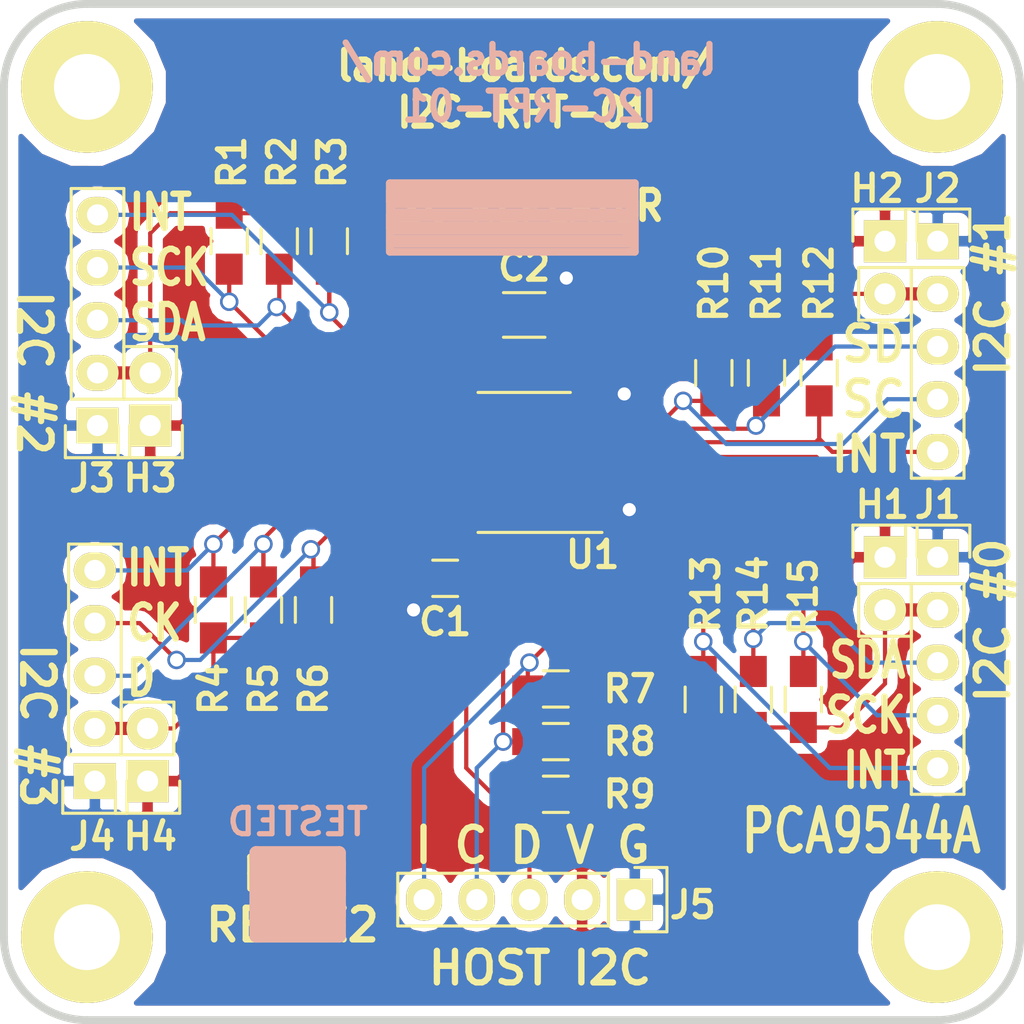
<source format=kicad_pcb>
(kicad_pcb (version 4) (host pcbnew "(after 2015-mar-04 BZR unknown)-product")

  (general
    (links 66)
    (no_connects 0)
    (area 133.617999 71.494801 222.382002 129.3495)
    (thickness 1.6002)
    (drawings 29)
    (tracks 170)
    (zones 0)
    (modules 35)
    (nets 22)
  )

  (page A4)
  (layers
    (0 Front signal)
    (31 Back signal)
    (36 B.SilkS user hide)
    (37 F.SilkS user)
    (38 B.Mask user)
    (39 F.Mask user)
    (40 Dwgs.User user hide)
    (41 Cmts.User user hide)
    (44 Edge.Cuts user)
  )

  (setup
    (last_trace_width 0.2032)
    (user_trace_width 0.635)
    (trace_clearance 0.254)
    (zone_clearance 0.508)
    (zone_45_only no)
    (trace_min 0.2032)
    (segment_width 0.381)
    (edge_width 0.381)
    (via_size 0.889)
    (via_drill 0.635)
    (via_min_size 0.889)
    (via_min_drill 0.508)
    (uvia_size 0.508)
    (uvia_drill 0.127)
    (uvias_allowed no)
    (uvia_min_size 0.508)
    (uvia_min_drill 0.127)
    (pcb_text_width 0.3048)
    (pcb_text_size 1.524 2.032)
    (mod_edge_width 0.381)
    (mod_text_size 1.27 1.27)
    (mod_text_width 0.254)
    (pad_size 1.6764 1.6764)
    (pad_drill 0.8128)
    (pad_to_mask_clearance 0.254)
    (aux_axis_origin 0 0)
    (visible_elements 7FFFFF7F)
    (pcbplotparams
      (layerselection 0x010f0_80000001)
      (usegerberextensions true)
      (excludeedgelayer true)
      (linewidth 0.150000)
      (plotframeref false)
      (viasonmask false)
      (mode 1)
      (useauxorigin false)
      (hpglpennumber 1)
      (hpglpenspeed 20)
      (hpglpendiameter 15)
      (hpglpenoverlay 0)
      (psnegative false)
      (psa4output false)
      (plotreference true)
      (plotvalue false)
      (plotinvisibletext false)
      (padsonsilk false)
      (subtractmaskfromsilk false)
      (outputformat 1)
      (mirror false)
      (drillshape 0)
      (scaleselection 1)
      (outputdirectory plots/))
  )

  (net 0 "")
  (net 1 "Net-(H1-Pad2)")
  (net 2 "Net-(H2-Pad2)")
  (net 3 "Net-(H3-Pad2)")
  (net 4 "Net-(H4-Pad2)")
  (net 5 GND)
  (net 6 /~IH)
  (net 7 /~I0)
  (net 8 /~I1)
  (net 9 /~I2)
  (net 10 /~I3)
  (net 11 /PWR)
  (net 12 "Net-(J5-Pad3)")
  (net 13 "Net-(J5-Pad4)")
  (net 14 /SDA0)
  (net 15 /SCK0)
  (net 16 /SDA1)
  (net 17 /SCK1)
  (net 18 /SDA2)
  (net 19 /SCK2)
  (net 20 /SDA3)
  (net 21 /SCK3)

  (net_class Default "This is the default net class."
    (clearance 0.254)
    (trace_width 0.2032)
    (via_dia 0.889)
    (via_drill 0.635)
    (uvia_dia 0.508)
    (uvia_drill 0.127)
    (add_net /PWR)
    (add_net /SCK0)
    (add_net /SCK1)
    (add_net /SCK2)
    (add_net /SCK3)
    (add_net /SDA0)
    (add_net /SDA1)
    (add_net /SDA2)
    (add_net /SDA3)
    (add_net /~I0)
    (add_net /~I1)
    (add_net /~I2)
    (add_net /~I3)
    (add_net /~IH)
    (add_net GND)
    (add_net "Net-(H1-Pad2)")
    (add_net "Net-(H2-Pad2)")
    (add_net "Net-(H3-Pad2)")
    (add_net "Net-(H4-Pad2)")
    (add_net "Net-(J5-Pad3)")
    (add_net "Net-(J5-Pad4)")
  )

  (module FIDUCIAL (layer Front) (tedit 518BF783) (tstamp 557AF8C2)
    (at 194.31 125.73)
    (path /537A5EE1)
    (fp_text reference FID1 (at 0 2.3495) (layer F.SilkS) hide
      (effects (font (size 1.27 1.27) (thickness 0.254)))
    )
    (fp_text value ADAFRUIT_FIDUCIAL (at 0.127 -2.794) (layer F.SilkS) hide
      (effects (font (size 1.016 1.016) (thickness 0.2032)))
    )
    (pad 1 smd circle (at 0 0) (size 1 1) (layers Front F.Mask)
      (solder_mask_margin 1) (clearance 1))
  )

  (module FIDUCIAL (layer Front) (tedit 518BF783) (tstamp 557AF8C7)
    (at 165.1 83.312)
    (path /537A5ED2)
    (fp_text reference FID2 (at 0 2.3495) (layer F.SilkS) hide
      (effects (font (size 1.27 1.27) (thickness 0.254)))
    )
    (fp_text value ADAFRUIT_FIDUCIAL (at 0.127 -2.794) (layer F.SilkS) hide
      (effects (font (size 1.016 1.016) (thickness 0.2032)))
    )
    (pad 1 smd circle (at 0 0) (size 1 1) (layers Front F.Mask)
      (solder_mask_margin 1) (clearance 1))
  )

  (module REV_BLOCK (layer Back) (tedit 50F8397A) (tstamp 557AFABA)
    (at 179.07 90.17)
    (path /537A64A5)
    (fp_text reference ST1 (at 0.508 -3.429) (layer B.SilkS) hide
      (effects (font (size 1.27 1.27) (thickness 0.254)) (justify mirror))
    )
    (fp_text value CONN_1 (at 1.143 -5.715) (layer B.SilkS) hide
      (effects (font (thickness 0.3048)) (justify mirror))
    )
    (fp_line (start -5.334 1.27) (end 6.096 1.27) (layer B.SilkS) (width 0.635))
    (fp_line (start 6.096 1.27) (end 6.096 0.635) (layer B.SilkS) (width 0.635))
    (fp_line (start 6.096 0.635) (end -5.334 0.635) (layer B.SilkS) (width 0.635))
    (fp_line (start -5.334 0.635) (end -5.334 0) (layer B.SilkS) (width 0.635))
    (fp_line (start -5.334 0) (end 6.223 0) (layer B.SilkS) (width 0.635))
    (fp_line (start 6.223 0) (end 6.223 -0.635) (layer B.SilkS) (width 0.635))
    (fp_line (start 6.223 -0.635) (end -5.334 -0.635) (layer B.SilkS) (width 0.635))
    (fp_line (start -5.334 -0.635) (end -5.334 -1.143) (layer B.SilkS) (width 0.635))
    (fp_line (start -5.334 -1.143) (end 6.096 -1.143) (layer B.SilkS) (width 0.635))
    (fp_line (start 6.35 1.778) (end -5.461 1.778) (layer B.SilkS) (width 0.381))
    (fp_line (start -5.461 1.778) (end -5.461 -1.524) (layer B.SilkS) (width 0.381))
    (fp_line (start -5.461 -1.524) (end 6.35 -1.524) (layer B.SilkS) (width 0.381))
    (fp_line (start 6.35 -1.524) (end 6.35 1.778) (layer B.SilkS) (width 0.381))
  )

  (module Resistors_SMD:R_0805_HandSoldering (layer Front) (tedit 5657C76B) (tstamp 557B0568)
    (at 181.61 113.03 180)
    (descr "Resistor SMD 0805, hand soldering")
    (tags "resistor 0805")
    (path /55B8025E)
    (attr smd)
    (fp_text reference R7 (at -3.556 0 180) (layer F.SilkS)
      (effects (font (size 1.27 1.27) (thickness 0.254)))
    )
    (fp_text value 3.3K (at 0 2.1 180) (layer F.SilkS) hide
      (effects (font (size 1 1) (thickness 0.15)))
    )
    (fp_line (start -2.4 -1) (end 2.4 -1) (layer F.CrtYd) (width 0.05))
    (fp_line (start -2.4 1) (end 2.4 1) (layer F.CrtYd) (width 0.05))
    (fp_line (start -2.4 -1) (end -2.4 1) (layer F.CrtYd) (width 0.05))
    (fp_line (start 2.4 -1) (end 2.4 1) (layer F.CrtYd) (width 0.05))
    (fp_line (start 0.6 0.875) (end -0.6 0.875) (layer F.SilkS) (width 0.15))
    (fp_line (start -0.6 -0.875) (end 0.6 -0.875) (layer F.SilkS) (width 0.15))
    (pad 1 smd rect (at -1.35 0 180) (size 1.5 1.3) (layers Front F.Mask)
      (net 11 /PWR))
    (pad 2 smd rect (at 1.35 0 180) (size 1.5 1.3) (layers Front F.Mask)
      (net 6 /~IH))
    (model Resistors_SMD.3dshapes/R_0805_HandSoldering.wrl
      (at (xyz 0 0 0))
      (scale (xyz 1 1 1))
      (rotate (xyz 0 0 0))
    )
  )

  (module Resistors_SMD:R_0805_HandSoldering (layer Front) (tedit 5657C772) (tstamp 557B0573)
    (at 181.61 115.57 180)
    (descr "Resistor SMD 0805, hand soldering")
    (tags "resistor 0805")
    (path /55B8022E)
    (attr smd)
    (fp_text reference R8 (at -3.556 0 180) (layer F.SilkS)
      (effects (font (size 1.27 1.27) (thickness 0.254)))
    )
    (fp_text value 3.3K (at 0 2.1 180) (layer F.SilkS) hide
      (effects (font (size 1 1) (thickness 0.15)))
    )
    (fp_line (start -2.4 -1) (end 2.4 -1) (layer F.CrtYd) (width 0.05))
    (fp_line (start -2.4 1) (end 2.4 1) (layer F.CrtYd) (width 0.05))
    (fp_line (start -2.4 -1) (end -2.4 1) (layer F.CrtYd) (width 0.05))
    (fp_line (start 2.4 -1) (end 2.4 1) (layer F.CrtYd) (width 0.05))
    (fp_line (start 0.6 0.875) (end -0.6 0.875) (layer F.SilkS) (width 0.15))
    (fp_line (start -0.6 -0.875) (end 0.6 -0.875) (layer F.SilkS) (width 0.15))
    (pad 1 smd rect (at -1.35 0 180) (size 1.5 1.3) (layers Front F.Mask)
      (net 11 /PWR))
    (pad 2 smd rect (at 1.35 0 180) (size 1.5 1.3) (layers Front F.Mask)
      (net 13 "Net-(J5-Pad4)"))
    (model Resistors_SMD.3dshapes/R_0805_HandSoldering.wrl
      (at (xyz 0 0 0))
      (scale (xyz 1 1 1))
      (rotate (xyz 0 0 0))
    )
  )

  (module Resistors_SMD:R_0805_HandSoldering (layer Front) (tedit 5657C784) (tstamp 557B057E)
    (at 181.61 118.11 180)
    (descr "Resistor SMD 0805, hand soldering")
    (tags "resistor 0805")
    (path /55B80175)
    (attr smd)
    (fp_text reference R9 (at -3.556 0 360) (layer F.SilkS)
      (effects (font (size 1.27 1.27) (thickness 0.254)))
    )
    (fp_text value 3.3K (at 0 2.1 180) (layer F.SilkS) hide
      (effects (font (size 1 1) (thickness 0.15)))
    )
    (fp_line (start -2.4 -1) (end 2.4 -1) (layer F.CrtYd) (width 0.05))
    (fp_line (start -2.4 1) (end 2.4 1) (layer F.CrtYd) (width 0.05))
    (fp_line (start -2.4 -1) (end -2.4 1) (layer F.CrtYd) (width 0.05))
    (fp_line (start 2.4 -1) (end 2.4 1) (layer F.CrtYd) (width 0.05))
    (fp_line (start 0.6 0.875) (end -0.6 0.875) (layer F.SilkS) (width 0.15))
    (fp_line (start -0.6 -0.875) (end 0.6 -0.875) (layer F.SilkS) (width 0.15))
    (pad 1 smd rect (at -1.35 0 180) (size 1.5 1.3) (layers Front F.Mask)
      (net 11 /PWR))
    (pad 2 smd rect (at 1.35 0 180) (size 1.5 1.3) (layers Front F.Mask)
      (net 12 "Net-(J5-Pad3)"))
    (model Resistors_SMD.3dshapes/R_0805_HandSoldering.wrl
      (at (xyz 0 0 0))
      (scale (xyz 1 1 1))
      (rotate (xyz 0 0 0))
    )
  )

  (module Resistors_SMD:R_0805_HandSoldering (layer Front) (tedit 5657CFB6) (tstamp 557B0589)
    (at 188.722 113.538 90)
    (descr "Resistor SMD 0805, hand soldering")
    (tags "resistor 0805")
    (path /55B950DE)
    (attr smd)
    (fp_text reference R13 (at 5.08 0.127 90) (layer F.SilkS)
      (effects (font (size 1.27 1.27) (thickness 0.254)))
    )
    (fp_text value 3.3K (at 0 2.1 90) (layer F.SilkS) hide
      (effects (font (size 1 1) (thickness 0.15)))
    )
    (fp_line (start -2.4 -1) (end 2.4 -1) (layer F.CrtYd) (width 0.05))
    (fp_line (start -2.4 1) (end 2.4 1) (layer F.CrtYd) (width 0.05))
    (fp_line (start -2.4 -1) (end -2.4 1) (layer F.CrtYd) (width 0.05))
    (fp_line (start 2.4 -1) (end 2.4 1) (layer F.CrtYd) (width 0.05))
    (fp_line (start 0.6 0.875) (end -0.6 0.875) (layer F.SilkS) (width 0.15))
    (fp_line (start -0.6 -0.875) (end 0.6 -0.875) (layer F.SilkS) (width 0.15))
    (pad 1 smd rect (at -1.35 0 90) (size 1.5 1.3) (layers Front F.Mask)
      (net 1 "Net-(H1-Pad2)"))
    (pad 2 smd rect (at 1.35 0 90) (size 1.5 1.3) (layers Front F.Mask)
      (net 7 /~I0))
    (model Resistors_SMD.3dshapes/R_0805_HandSoldering.wrl
      (at (xyz 0 0 0))
      (scale (xyz 1 1 1))
      (rotate (xyz 0 0 0))
    )
  )

  (module Resistors_SMD:R_0805_HandSoldering (layer Front) (tedit 55B7B54B) (tstamp 557B0594)
    (at 194.31 97.79 270)
    (descr "Resistor SMD 0805, hand soldering")
    (tags "resistor 0805")
    (path /55B95869)
    (attr smd)
    (fp_text reference R12 (at -4.318 0 270) (layer F.SilkS)
      (effects (font (size 1.27 1.27) (thickness 0.254)))
    )
    (fp_text value 3.3K (at 0 2.1 270) (layer F.SilkS) hide
      (effects (font (size 1 1) (thickness 0.15)))
    )
    (fp_line (start -2.4 -1) (end 2.4 -1) (layer F.CrtYd) (width 0.05))
    (fp_line (start -2.4 1) (end 2.4 1) (layer F.CrtYd) (width 0.05))
    (fp_line (start -2.4 -1) (end -2.4 1) (layer F.CrtYd) (width 0.05))
    (fp_line (start 2.4 -1) (end 2.4 1) (layer F.CrtYd) (width 0.05))
    (fp_line (start 0.6 0.875) (end -0.6 0.875) (layer F.SilkS) (width 0.15))
    (fp_line (start -0.6 -0.875) (end 0.6 -0.875) (layer F.SilkS) (width 0.15))
    (pad 1 smd rect (at -1.35 0 270) (size 1.5 1.3) (layers Front F.Mask)
      (net 2 "Net-(H2-Pad2)"))
    (pad 2 smd rect (at 1.35 0 270) (size 1.5 1.3) (layers Front F.Mask)
      (net 8 /~I1))
    (model Resistors_SMD.3dshapes/R_0805_HandSoldering.wrl
      (at (xyz 0 0 0))
      (scale (xyz 1 1 1))
      (rotate (xyz 0 0 0))
    )
  )

  (module Resistors_SMD:R_0805_HandSoldering (layer Front) (tedit 55B7B52D) (tstamp 557B059F)
    (at 170.688 91.44 270)
    (descr "Resistor SMD 0805, hand soldering")
    (tags "resistor 0805")
    (path /55B95AC0)
    (attr smd)
    (fp_text reference R3 (at -3.81 -0.127 450) (layer F.SilkS)
      (effects (font (size 1.27 1.27) (thickness 0.254)))
    )
    (fp_text value 3.3K (at 0 2.1 270) (layer F.SilkS) hide
      (effects (font (size 1 1) (thickness 0.15)))
    )
    (fp_line (start -2.4 -1) (end 2.4 -1) (layer F.CrtYd) (width 0.05))
    (fp_line (start -2.4 1) (end 2.4 1) (layer F.CrtYd) (width 0.05))
    (fp_line (start -2.4 -1) (end -2.4 1) (layer F.CrtYd) (width 0.05))
    (fp_line (start 2.4 -1) (end 2.4 1) (layer F.CrtYd) (width 0.05))
    (fp_line (start 0.6 0.875) (end -0.6 0.875) (layer F.SilkS) (width 0.15))
    (fp_line (start -0.6 -0.875) (end 0.6 -0.875) (layer F.SilkS) (width 0.15))
    (pad 1 smd rect (at -1.35 0 270) (size 1.5 1.3) (layers Front F.Mask)
      (net 3 "Net-(H3-Pad2)"))
    (pad 2 smd rect (at 1.35 0 270) (size 1.5 1.3) (layers Front F.Mask)
      (net 9 /~I2))
    (model Resistors_SMD.3dshapes/R_0805_HandSoldering.wrl
      (at (xyz 0 0 0))
      (scale (xyz 1 1 1))
      (rotate (xyz 0 0 0))
    )
  )

  (module Resistors_SMD:R_0805_HandSoldering (layer Front) (tedit 55B7B531) (tstamp 557B05AA)
    (at 165.1 109.22 90)
    (descr "Resistor SMD 0805, hand soldering")
    (tags "resistor 0805")
    (path /55B95D73)
    (attr smd)
    (fp_text reference R4 (at -3.81 0 90) (layer F.SilkS)
      (effects (font (size 1.27 1.27) (thickness 0.254)))
    )
    (fp_text value 3.3K (at 0 2.1 90) (layer F.SilkS) hide
      (effects (font (size 1 1) (thickness 0.15)))
    )
    (fp_line (start -2.4 -1) (end 2.4 -1) (layer F.CrtYd) (width 0.05))
    (fp_line (start -2.4 1) (end 2.4 1) (layer F.CrtYd) (width 0.05))
    (fp_line (start -2.4 -1) (end -2.4 1) (layer F.CrtYd) (width 0.05))
    (fp_line (start 2.4 -1) (end 2.4 1) (layer F.CrtYd) (width 0.05))
    (fp_line (start 0.6 0.875) (end -0.6 0.875) (layer F.SilkS) (width 0.15))
    (fp_line (start -0.6 -0.875) (end 0.6 -0.875) (layer F.SilkS) (width 0.15))
    (pad 1 smd rect (at -1.35 0 90) (size 1.5 1.3) (layers Front F.Mask)
      (net 4 "Net-(H4-Pad2)"))
    (pad 2 smd rect (at 1.35 0 90) (size 1.5 1.3) (layers Front F.Mask)
      (net 10 /~I3))
    (model Resistors_SMD.3dshapes/R_0805_HandSoldering.wrl
      (at (xyz 0 0 0))
      (scale (xyz 1 1 1))
      (rotate (xyz 0 0 0))
    )
  )

  (module Resistors_SMD:R_0805_HandSoldering (layer Front) (tedit 5657CFA0) (tstamp 557B05B5)
    (at 193.548 113.538 90)
    (descr "Resistor SMD 0805, hand soldering")
    (tags "resistor 0805")
    (path /55B950D8)
    (attr smd)
    (fp_text reference R15 (at 4.953 0 90) (layer F.SilkS)
      (effects (font (size 1.27 1.27) (thickness 0.254)))
    )
    (fp_text value 3.3K (at 0 2.1 90) (layer F.SilkS) hide
      (effects (font (size 1 1) (thickness 0.15)))
    )
    (fp_line (start -2.4 -1) (end 2.4 -1) (layer F.CrtYd) (width 0.05))
    (fp_line (start -2.4 1) (end 2.4 1) (layer F.CrtYd) (width 0.05))
    (fp_line (start -2.4 -1) (end -2.4 1) (layer F.CrtYd) (width 0.05))
    (fp_line (start 2.4 -1) (end 2.4 1) (layer F.CrtYd) (width 0.05))
    (fp_line (start 0.6 0.875) (end -0.6 0.875) (layer F.SilkS) (width 0.15))
    (fp_line (start -0.6 -0.875) (end 0.6 -0.875) (layer F.SilkS) (width 0.15))
    (pad 1 smd rect (at -1.35 0 90) (size 1.5 1.3) (layers Front F.Mask)
      (net 1 "Net-(H1-Pad2)"))
    (pad 2 smd rect (at 1.35 0 90) (size 1.5 1.3) (layers Front F.Mask)
      (net 15 /SCK0))
    (model Resistors_SMD.3dshapes/R_0805_HandSoldering.wrl
      (at (xyz 0 0 0))
      (scale (xyz 1 1 1))
      (rotate (xyz 0 0 0))
    )
  )

  (module Resistors_SMD:R_0805_HandSoldering (layer Front) (tedit 55B7B549) (tstamp 557B05C0)
    (at 189.23 97.79 270)
    (descr "Resistor SMD 0805, hand soldering")
    (tags "resistor 0805")
    (path /55B95863)
    (attr smd)
    (fp_text reference R10 (at -4.318 0 450) (layer F.SilkS)
      (effects (font (size 1.27 1.27) (thickness 0.254)))
    )
    (fp_text value 3.3K (at 0 2.1 270) (layer F.SilkS) hide
      (effects (font (size 1 1) (thickness 0.15)))
    )
    (fp_line (start -2.4 -1) (end 2.4 -1) (layer F.CrtYd) (width 0.05))
    (fp_line (start -2.4 1) (end 2.4 1) (layer F.CrtYd) (width 0.05))
    (fp_line (start -2.4 -1) (end -2.4 1) (layer F.CrtYd) (width 0.05))
    (fp_line (start 2.4 -1) (end 2.4 1) (layer F.CrtYd) (width 0.05))
    (fp_line (start 0.6 0.875) (end -0.6 0.875) (layer F.SilkS) (width 0.15))
    (fp_line (start -0.6 -0.875) (end 0.6 -0.875) (layer F.SilkS) (width 0.15))
    (pad 1 smd rect (at -1.35 0 270) (size 1.5 1.3) (layers Front F.Mask)
      (net 2 "Net-(H2-Pad2)"))
    (pad 2 smd rect (at 1.35 0 270) (size 1.5 1.3) (layers Front F.Mask)
      (net 17 /SCK1))
    (model Resistors_SMD.3dshapes/R_0805_HandSoldering.wrl
      (at (xyz 0 0 0))
      (scale (xyz 1 1 1))
      (rotate (xyz 0 0 0))
    )
  )

  (module Resistors_SMD:R_0805_HandSoldering (layer Front) (tedit 55B7B52B) (tstamp 557B05CB)
    (at 165.862 91.44 270)
    (descr "Resistor SMD 0805, hand soldering")
    (tags "resistor 0805")
    (path /55B95ABA)
    (attr smd)
    (fp_text reference R1 (at -3.81 -0.127 270) (layer F.SilkS)
      (effects (font (size 1.27 1.27) (thickness 0.254)))
    )
    (fp_text value 3.3K (at 0 2.1 270) (layer F.SilkS) hide
      (effects (font (size 1 1) (thickness 0.15)))
    )
    (fp_line (start -2.4 -1) (end 2.4 -1) (layer F.CrtYd) (width 0.05))
    (fp_line (start -2.4 1) (end 2.4 1) (layer F.CrtYd) (width 0.05))
    (fp_line (start -2.4 -1) (end -2.4 1) (layer F.CrtYd) (width 0.05))
    (fp_line (start 2.4 -1) (end 2.4 1) (layer F.CrtYd) (width 0.05))
    (fp_line (start 0.6 0.875) (end -0.6 0.875) (layer F.SilkS) (width 0.15))
    (fp_line (start -0.6 -0.875) (end 0.6 -0.875) (layer F.SilkS) (width 0.15))
    (pad 1 smd rect (at -1.35 0 270) (size 1.5 1.3) (layers Front F.Mask)
      (net 3 "Net-(H3-Pad2)"))
    (pad 2 smd rect (at 1.35 0 270) (size 1.5 1.3) (layers Front F.Mask)
      (net 19 /SCK2))
    (model Resistors_SMD.3dshapes/R_0805_HandSoldering.wrl
      (at (xyz 0 0 0))
      (scale (xyz 1 1 1))
      (rotate (xyz 0 0 0))
    )
  )

  (module Resistors_SMD:R_0805_HandSoldering (layer Front) (tedit 55B7B533) (tstamp 557B05D6)
    (at 169.926 109.22 90)
    (descr "Resistor SMD 0805, hand soldering")
    (tags "resistor 0805")
    (path /55B95D6D)
    (attr smd)
    (fp_text reference R6 (at -3.81 0 90) (layer F.SilkS)
      (effects (font (size 1.27 1.27) (thickness 0.254)))
    )
    (fp_text value 3.3K (at 0 2.1 90) (layer F.SilkS) hide
      (effects (font (size 1 1) (thickness 0.15)))
    )
    (fp_line (start -2.4 -1) (end 2.4 -1) (layer F.CrtYd) (width 0.05))
    (fp_line (start -2.4 1) (end 2.4 1) (layer F.CrtYd) (width 0.05))
    (fp_line (start -2.4 -1) (end -2.4 1) (layer F.CrtYd) (width 0.05))
    (fp_line (start 2.4 -1) (end 2.4 1) (layer F.CrtYd) (width 0.05))
    (fp_line (start 0.6 0.875) (end -0.6 0.875) (layer F.SilkS) (width 0.15))
    (fp_line (start -0.6 -0.875) (end 0.6 -0.875) (layer F.SilkS) (width 0.15))
    (pad 1 smd rect (at -1.35 0 90) (size 1.5 1.3) (layers Front F.Mask)
      (net 4 "Net-(H4-Pad2)"))
    (pad 2 smd rect (at 1.35 0 90) (size 1.5 1.3) (layers Front F.Mask)
      (net 21 /SCK3))
    (model Resistors_SMD.3dshapes/R_0805_HandSoldering.wrl
      (at (xyz 0 0 0))
      (scale (xyz 1 1 1))
      (rotate (xyz 0 0 0))
    )
  )

  (module Resistors_SMD:R_0805_HandSoldering (layer Front) (tedit 5657CFA8) (tstamp 557B05E1)
    (at 191.135 113.538 90)
    (descr "Resistor SMD 0805, hand soldering")
    (tags "resistor 0805")
    (path /55B950D2)
    (attr smd)
    (fp_text reference R14 (at 5.08 0 270) (layer F.SilkS)
      (effects (font (size 1.27 1.27) (thickness 0.254)))
    )
    (fp_text value 3.3K (at 0 2.1 90) (layer F.SilkS) hide
      (effects (font (size 1 1) (thickness 0.15)))
    )
    (fp_line (start -2.4 -1) (end 2.4 -1) (layer F.CrtYd) (width 0.05))
    (fp_line (start -2.4 1) (end 2.4 1) (layer F.CrtYd) (width 0.05))
    (fp_line (start -2.4 -1) (end -2.4 1) (layer F.CrtYd) (width 0.05))
    (fp_line (start 2.4 -1) (end 2.4 1) (layer F.CrtYd) (width 0.05))
    (fp_line (start 0.6 0.875) (end -0.6 0.875) (layer F.SilkS) (width 0.15))
    (fp_line (start -0.6 -0.875) (end 0.6 -0.875) (layer F.SilkS) (width 0.15))
    (pad 1 smd rect (at -1.35 0 90) (size 1.5 1.3) (layers Front F.Mask)
      (net 1 "Net-(H1-Pad2)"))
    (pad 2 smd rect (at 1.35 0 90) (size 1.5 1.3) (layers Front F.Mask)
      (net 14 /SDA0))
    (model Resistors_SMD.3dshapes/R_0805_HandSoldering.wrl
      (at (xyz 0 0 0))
      (scale (xyz 1 1 1))
      (rotate (xyz 0 0 0))
    )
  )

  (module MTG-4-40 (layer Front) (tedit 53F3AE25) (tstamp 557B0E94)
    (at 159 84)
    (path /537A5CA4)
    (clearance 0.635)
    (fp_text reference MTG1 (at -6.858 -0.635) (layer F.SilkS) hide
      (effects (font (size 1.27 1.27) (thickness 0.254)))
    )
    (fp_text value MTG_HOLE (at 0 -5.08) (layer F.SilkS) hide
      (effects (font (thickness 0.3048)))
    )
    (pad 1 thru_hole circle (at 0 0) (size 6.35 6.35) (drill 3.175) (layers *.Cu *.Mask F.SilkS))
  )

  (module MTG-4-40 (layer Front) (tedit 53F3AE25) (tstamp 557B0E98)
    (at 200 84)
    (path /538F7580)
    (clearance 0.635)
    (fp_text reference MTG3 (at -6.858 -0.635) (layer F.SilkS) hide
      (effects (font (size 1.27 1.27) (thickness 0.254)))
    )
    (fp_text value MTG_HOLE (at 0 -5.08) (layer F.SilkS) hide
      (effects (font (thickness 0.3048)))
    )
    (pad 1 thru_hole circle (at 0 0) (size 6.35 6.35) (drill 3.175) (layers *.Cu *.Mask F.SilkS))
  )

  (module MTG-4-40 (layer Front) (tedit 53F3AE25) (tstamp 557B0E9C)
    (at 159 125)
    (path /538F757A)
    (clearance 0.635)
    (fp_text reference MTG2 (at -6.858 -0.635) (layer F.SilkS) hide
      (effects (font (size 1.27 1.27) (thickness 0.254)))
    )
    (fp_text value MTG_HOLE (at 0 -5.08) (layer F.SilkS) hide
      (effects (font (thickness 0.3048)))
    )
    (pad 1 thru_hole circle (at 0 0) (size 6.35 6.35) (drill 3.175) (layers *.Cu *.Mask F.SilkS))
  )

  (module MTG-4-40 (layer Front) (tedit 53F3AE25) (tstamp 557B0EA0)
    (at 200 125)
    (path /538F7586)
    (clearance 0.635)
    (fp_text reference MTG4 (at -6.858 -0.635) (layer F.SilkS) hide
      (effects (font (size 1.27 1.27) (thickness 0.254)))
    )
    (fp_text value MTG_HOLE (at 0 -5.08) (layer F.SilkS) hide
      (effects (font (thickness 0.3048)))
    )
    (pad 1 thru_hole circle (at 0 0) (size 6.35 6.35) (drill 3.175) (layers *.Cu *.Mask F.SilkS))
  )

  (module Pin_Headers:Pin_Header_Straight_1x05 (layer Front) (tedit 55B7B190) (tstamp 55B782E8)
    (at 200.025 106.68)
    (descr "Through hole pin header")
    (tags "pin header")
    (path /5657C94A)
    (fp_text reference J1 (at 0 -2.54) (layer F.SilkS)
      (effects (font (size 1.27 1.27) (thickness 0.254)))
    )
    (fp_text value I2CINT-5PIN (at 0 -3.1) (layer F.SilkS) hide
      (effects (font (size 1 1) (thickness 0.15)))
    )
    (fp_line (start -1.55 0) (end -1.55 -1.55) (layer F.SilkS) (width 0.15))
    (fp_line (start -1.55 -1.55) (end 1.55 -1.55) (layer F.SilkS) (width 0.15))
    (fp_line (start 1.55 -1.55) (end 1.55 0) (layer F.SilkS) (width 0.15))
    (fp_line (start -1.75 -1.75) (end -1.75 11.95) (layer F.CrtYd) (width 0.05))
    (fp_line (start 1.75 -1.75) (end 1.75 11.95) (layer F.CrtYd) (width 0.05))
    (fp_line (start -1.75 -1.75) (end 1.75 -1.75) (layer F.CrtYd) (width 0.05))
    (fp_line (start -1.75 11.95) (end 1.75 11.95) (layer F.CrtYd) (width 0.05))
    (fp_line (start 1.27 1.27) (end 1.27 11.43) (layer F.SilkS) (width 0.15))
    (fp_line (start 1.27 11.43) (end -1.27 11.43) (layer F.SilkS) (width 0.15))
    (fp_line (start -1.27 11.43) (end -1.27 1.27) (layer F.SilkS) (width 0.15))
    (fp_line (start 1.27 1.27) (end -1.27 1.27) (layer F.SilkS) (width 0.15))
    (pad 1 thru_hole rect (at 0 0) (size 2.032 1.7272) (drill 1.016) (layers *.Cu *.Mask F.SilkS)
      (net 5 GND))
    (pad 2 thru_hole oval (at 0 2.54) (size 2.032 1.7272) (drill 1.016) (layers *.Cu *.Mask F.SilkS)
      (net 1 "Net-(H1-Pad2)"))
    (pad 3 thru_hole oval (at 0 5.08) (size 2.032 1.7272) (drill 1.016) (layers *.Cu *.Mask F.SilkS)
      (net 14 /SDA0))
    (pad 4 thru_hole oval (at 0 7.62) (size 2.032 1.7272) (drill 1.016) (layers *.Cu *.Mask F.SilkS)
      (net 15 /SCK0))
    (pad 5 thru_hole oval (at 0 10.16) (size 2.032 1.7272) (drill 1.016) (layers *.Cu *.Mask F.SilkS)
      (net 7 /~I0))
    (model Pin_Headers.3dshapes/Pin_Header_Straight_1x05.wrl
      (at (xyz 0 -0.2 0))
      (scale (xyz 1 1 1))
      (rotate (xyz 0 0 90))
    )
  )

  (module Pin_Headers:Pin_Header_Straight_1x05 (layer Front) (tedit 55B7ADB7) (tstamp 55B782FC)
    (at 200.025 91.44)
    (descr "Through hole pin header")
    (tags "pin header")
    (path /5657D009)
    (fp_text reference J2 (at 0 -2.54) (layer F.SilkS)
      (effects (font (size 1.27 1.27) (thickness 0.254)))
    )
    (fp_text value I2CINT-5PIN (at 0 -3.1) (layer F.SilkS) hide
      (effects (font (size 1 1) (thickness 0.15)))
    )
    (fp_line (start -1.55 0) (end -1.55 -1.55) (layer F.SilkS) (width 0.15))
    (fp_line (start -1.55 -1.55) (end 1.55 -1.55) (layer F.SilkS) (width 0.15))
    (fp_line (start 1.55 -1.55) (end 1.55 0) (layer F.SilkS) (width 0.15))
    (fp_line (start -1.75 -1.75) (end -1.75 11.95) (layer F.CrtYd) (width 0.05))
    (fp_line (start 1.75 -1.75) (end 1.75 11.95) (layer F.CrtYd) (width 0.05))
    (fp_line (start -1.75 -1.75) (end 1.75 -1.75) (layer F.CrtYd) (width 0.05))
    (fp_line (start -1.75 11.95) (end 1.75 11.95) (layer F.CrtYd) (width 0.05))
    (fp_line (start 1.27 1.27) (end 1.27 11.43) (layer F.SilkS) (width 0.15))
    (fp_line (start 1.27 11.43) (end -1.27 11.43) (layer F.SilkS) (width 0.15))
    (fp_line (start -1.27 11.43) (end -1.27 1.27) (layer F.SilkS) (width 0.15))
    (fp_line (start 1.27 1.27) (end -1.27 1.27) (layer F.SilkS) (width 0.15))
    (pad 1 thru_hole rect (at 0 0) (size 2.032 1.7272) (drill 1.016) (layers *.Cu *.Mask F.SilkS)
      (net 5 GND))
    (pad 2 thru_hole oval (at 0 2.54) (size 2.032 1.7272) (drill 1.016) (layers *.Cu *.Mask F.SilkS)
      (net 2 "Net-(H2-Pad2)"))
    (pad 3 thru_hole oval (at 0 5.08) (size 2.032 1.7272) (drill 1.016) (layers *.Cu *.Mask F.SilkS)
      (net 16 /SDA1))
    (pad 4 thru_hole oval (at 0 7.62) (size 2.032 1.7272) (drill 1.016) (layers *.Cu *.Mask F.SilkS)
      (net 17 /SCK1))
    (pad 5 thru_hole oval (at 0 10.16) (size 2.032 1.7272) (drill 1.016) (layers *.Cu *.Mask F.SilkS)
      (net 8 /~I1))
    (model Pin_Headers.3dshapes/Pin_Header_Straight_1x05.wrl
      (at (xyz 0 -0.2 0))
      (scale (xyz 1 1 1))
      (rotate (xyz 0 0 90))
    )
  )

  (module Pin_Headers:Pin_Header_Straight_1x05 (layer Front) (tedit 55BCD10D) (tstamp 55B78310)
    (at 159.512 100.33 180)
    (descr "Through hole pin header")
    (tags "pin header")
    (path /5657D237)
    (fp_text reference J3 (at 0.254 -2.54 180) (layer F.SilkS)
      (effects (font (size 1.27 1.27) (thickness 0.254)))
    )
    (fp_text value I2CINT-5PIN (at 0 -3.1 180) (layer F.SilkS) hide
      (effects (font (size 1 1) (thickness 0.15)))
    )
    (fp_line (start -1.55 0) (end -1.55 -1.55) (layer F.SilkS) (width 0.15))
    (fp_line (start -1.55 -1.55) (end 1.55 -1.55) (layer F.SilkS) (width 0.15))
    (fp_line (start 1.55 -1.55) (end 1.55 0) (layer F.SilkS) (width 0.15))
    (fp_line (start -1.75 -1.75) (end -1.75 11.95) (layer F.CrtYd) (width 0.05))
    (fp_line (start 1.75 -1.75) (end 1.75 11.95) (layer F.CrtYd) (width 0.05))
    (fp_line (start -1.75 -1.75) (end 1.75 -1.75) (layer F.CrtYd) (width 0.05))
    (fp_line (start -1.75 11.95) (end 1.75 11.95) (layer F.CrtYd) (width 0.05))
    (fp_line (start 1.27 1.27) (end 1.27 11.43) (layer F.SilkS) (width 0.15))
    (fp_line (start 1.27 11.43) (end -1.27 11.43) (layer F.SilkS) (width 0.15))
    (fp_line (start -1.27 11.43) (end -1.27 1.27) (layer F.SilkS) (width 0.15))
    (fp_line (start 1.27 1.27) (end -1.27 1.27) (layer F.SilkS) (width 0.15))
    (pad 1 thru_hole rect (at 0 0 180) (size 2.032 1.7272) (drill 1.016) (layers *.Cu *.Mask F.SilkS)
      (net 5 GND))
    (pad 2 thru_hole oval (at 0 2.54 180) (size 2.032 1.7272) (drill 1.016) (layers *.Cu *.Mask F.SilkS)
      (net 3 "Net-(H3-Pad2)"))
    (pad 3 thru_hole oval (at 0 5.08 180) (size 2.032 1.7272) (drill 1.016) (layers *.Cu *.Mask F.SilkS)
      (net 18 /SDA2))
    (pad 4 thru_hole oval (at 0 7.62 180) (size 2.032 1.7272) (drill 1.016) (layers *.Cu *.Mask F.SilkS)
      (net 19 /SCK2))
    (pad 5 thru_hole oval (at 0 10.16 180) (size 2.032 1.7272) (drill 1.016) (layers *.Cu *.Mask F.SilkS)
      (net 9 /~I2))
    (model Pin_Headers.3dshapes/Pin_Header_Straight_1x05.wrl
      (at (xyz 0 -0.2 0))
      (scale (xyz 1 1 1))
      (rotate (xyz 0 0 90))
    )
  )

  (module Pin_Headers:Pin_Header_Straight_1x05 (layer Front) (tedit 55BCD0EE) (tstamp 55B78324)
    (at 159.385 117.475 180)
    (descr "Through hole pin header")
    (tags "pin header")
    (path /5657D5DF)
    (fp_text reference J4 (at 0.127 -2.667 180) (layer F.SilkS)
      (effects (font (size 1.27 1.27) (thickness 0.254)))
    )
    (fp_text value I2CINT-5PIN (at 0 -3.1 180) (layer F.SilkS) hide
      (effects (font (size 1 1) (thickness 0.15)))
    )
    (fp_line (start -1.55 0) (end -1.55 -1.55) (layer F.SilkS) (width 0.15))
    (fp_line (start -1.55 -1.55) (end 1.55 -1.55) (layer F.SilkS) (width 0.15))
    (fp_line (start 1.55 -1.55) (end 1.55 0) (layer F.SilkS) (width 0.15))
    (fp_line (start -1.75 -1.75) (end -1.75 11.95) (layer F.CrtYd) (width 0.05))
    (fp_line (start 1.75 -1.75) (end 1.75 11.95) (layer F.CrtYd) (width 0.05))
    (fp_line (start -1.75 -1.75) (end 1.75 -1.75) (layer F.CrtYd) (width 0.05))
    (fp_line (start -1.75 11.95) (end 1.75 11.95) (layer F.CrtYd) (width 0.05))
    (fp_line (start 1.27 1.27) (end 1.27 11.43) (layer F.SilkS) (width 0.15))
    (fp_line (start 1.27 11.43) (end -1.27 11.43) (layer F.SilkS) (width 0.15))
    (fp_line (start -1.27 11.43) (end -1.27 1.27) (layer F.SilkS) (width 0.15))
    (fp_line (start 1.27 1.27) (end -1.27 1.27) (layer F.SilkS) (width 0.15))
    (pad 1 thru_hole rect (at 0 0 180) (size 2.032 1.7272) (drill 1.016) (layers *.Cu *.Mask F.SilkS)
      (net 5 GND))
    (pad 2 thru_hole oval (at 0 2.54 180) (size 2.032 1.7272) (drill 1.016) (layers *.Cu *.Mask F.SilkS)
      (net 4 "Net-(H4-Pad2)"))
    (pad 3 thru_hole oval (at 0 5.08 180) (size 2.032 1.7272) (drill 1.016) (layers *.Cu *.Mask F.SilkS)
      (net 20 /SDA3))
    (pad 4 thru_hole oval (at 0 7.62 180) (size 2.032 1.7272) (drill 1.016) (layers *.Cu *.Mask F.SilkS)
      (net 21 /SCK3))
    (pad 5 thru_hole oval (at 0 10.16 180) (size 2.032 1.7272) (drill 1.016) (layers *.Cu *.Mask F.SilkS)
      (net 10 /~I3))
    (model Pin_Headers.3dshapes/Pin_Header_Straight_1x05.wrl
      (at (xyz 0 -0.2 0))
      (scale (xyz 1 1 1))
      (rotate (xyz 0 0 90))
    )
  )

  (module Resistors_SMD:R_0805_HandSoldering (layer Front) (tedit 55B7B548) (tstamp 55B78344)
    (at 191.77 97.79 270)
    (descr "Resistor SMD 0805, hand soldering")
    (tags "resistor 0805")
    (path /55B9585D)
    (attr smd)
    (fp_text reference R11 (at -4.318 0 270) (layer F.SilkS)
      (effects (font (size 1.27 1.27) (thickness 0.254)))
    )
    (fp_text value 3.3K (at 0 2.1 270) (layer F.SilkS) hide
      (effects (font (size 1 1) (thickness 0.15)))
    )
    (fp_line (start -2.4 -1) (end 2.4 -1) (layer F.CrtYd) (width 0.05))
    (fp_line (start -2.4 1) (end 2.4 1) (layer F.CrtYd) (width 0.05))
    (fp_line (start -2.4 -1) (end -2.4 1) (layer F.CrtYd) (width 0.05))
    (fp_line (start 2.4 -1) (end 2.4 1) (layer F.CrtYd) (width 0.05))
    (fp_line (start 0.6 0.875) (end -0.6 0.875) (layer F.SilkS) (width 0.15))
    (fp_line (start -0.6 -0.875) (end 0.6 -0.875) (layer F.SilkS) (width 0.15))
    (pad 1 smd rect (at -1.35 0 270) (size 1.5 1.3) (layers Front F.Mask)
      (net 2 "Net-(H2-Pad2)"))
    (pad 2 smd rect (at 1.35 0 270) (size 1.5 1.3) (layers Front F.Mask)
      (net 16 /SDA1))
    (model Resistors_SMD.3dshapes/R_0805_HandSoldering.wrl
      (at (xyz 0 0 0))
      (scale (xyz 1 1 1))
      (rotate (xyz 0 0 0))
    )
  )

  (module Resistors_SMD:R_0805_HandSoldering (layer Front) (tedit 55B7B52A) (tstamp 55B78350)
    (at 168.275 91.44 270)
    (descr "Resistor SMD 0805, hand soldering")
    (tags "resistor 0805")
    (path /55B95AB4)
    (attr smd)
    (fp_text reference R2 (at -3.81 -0.127 270) (layer F.SilkS)
      (effects (font (size 1.27 1.27) (thickness 0.254)))
    )
    (fp_text value 3.3K (at -2.54 0 360) (layer F.SilkS) hide
      (effects (font (size 1 1) (thickness 0.15)))
    )
    (fp_line (start -2.4 -1) (end 2.4 -1) (layer F.CrtYd) (width 0.05))
    (fp_line (start -2.4 1) (end 2.4 1) (layer F.CrtYd) (width 0.05))
    (fp_line (start -2.4 -1) (end -2.4 1) (layer F.CrtYd) (width 0.05))
    (fp_line (start 2.4 -1) (end 2.4 1) (layer F.CrtYd) (width 0.05))
    (fp_line (start 0.6 0.875) (end -0.6 0.875) (layer F.SilkS) (width 0.15))
    (fp_line (start -0.6 -0.875) (end 0.6 -0.875) (layer F.SilkS) (width 0.15))
    (pad 1 smd rect (at -1.35 0 270) (size 1.5 1.3) (layers Front F.Mask)
      (net 3 "Net-(H3-Pad2)"))
    (pad 2 smd rect (at 1.35 0 270) (size 1.5 1.3) (layers Front F.Mask)
      (net 18 /SDA2))
    (model Resistors_SMD.3dshapes/R_0805_HandSoldering.wrl
      (at (xyz 0 0 0))
      (scale (xyz 1 1 1))
      (rotate (xyz 0 0 0))
    )
  )

  (module Resistors_SMD:R_0805_HandSoldering (layer Front) (tedit 55B7B535) (tstamp 55B7835C)
    (at 167.513 109.22 90)
    (descr "Resistor SMD 0805, hand soldering")
    (tags "resistor 0805")
    (path /55B95D67)
    (attr smd)
    (fp_text reference R5 (at -3.81 0 90) (layer F.SilkS)
      (effects (font (size 1.27 1.27) (thickness 0.254)))
    )
    (fp_text value 3.3K (at 0 2.1 90) (layer F.SilkS) hide
      (effects (font (size 1 1) (thickness 0.15)))
    )
    (fp_line (start -2.4 -1) (end 2.4 -1) (layer F.CrtYd) (width 0.05))
    (fp_line (start -2.4 1) (end 2.4 1) (layer F.CrtYd) (width 0.05))
    (fp_line (start -2.4 -1) (end -2.4 1) (layer F.CrtYd) (width 0.05))
    (fp_line (start 2.4 -1) (end 2.4 1) (layer F.CrtYd) (width 0.05))
    (fp_line (start 0.6 0.875) (end -0.6 0.875) (layer F.SilkS) (width 0.15))
    (fp_line (start -0.6 -0.875) (end 0.6 -0.875) (layer F.SilkS) (width 0.15))
    (pad 1 smd rect (at -1.35 0 90) (size 1.5 1.3) (layers Front F.Mask)
      (net 4 "Net-(H4-Pad2)"))
    (pad 2 smd rect (at 1.35 0 90) (size 1.5 1.3) (layers Front F.Mask)
      (net 20 /SDA3))
    (model Resistors_SMD.3dshapes/R_0805_HandSoldering.wrl
      (at (xyz 0 0 0))
      (scale (xyz 1 1 1))
      (rotate (xyz 0 0 0))
    )
  )

  (module Pin_Headers:Pin_Header_Straight_1x05 (layer Front) (tedit 55BCD2C1) (tstamp 55B7883D)
    (at 185.42 123.19 270)
    (descr "Through hole pin header")
    (tags "pin header")
    (path /55B7E083)
    (fp_text reference J5 (at 0.254 -2.794 360) (layer F.SilkS)
      (effects (font (size 1.27 1.27) (thickness 0.254)))
    )
    (fp_text value I2CINT-5PIN (at 0 -3.1 270) (layer F.SilkS) hide
      (effects (font (size 1 1) (thickness 0.15)))
    )
    (fp_line (start -1.55 0) (end -1.55 -1.55) (layer F.SilkS) (width 0.15))
    (fp_line (start -1.55 -1.55) (end 1.55 -1.55) (layer F.SilkS) (width 0.15))
    (fp_line (start 1.55 -1.55) (end 1.55 0) (layer F.SilkS) (width 0.15))
    (fp_line (start -1.75 -1.75) (end -1.75 11.95) (layer F.CrtYd) (width 0.05))
    (fp_line (start 1.75 -1.75) (end 1.75 11.95) (layer F.CrtYd) (width 0.05))
    (fp_line (start -1.75 -1.75) (end 1.75 -1.75) (layer F.CrtYd) (width 0.05))
    (fp_line (start -1.75 11.95) (end 1.75 11.95) (layer F.CrtYd) (width 0.05))
    (fp_line (start 1.27 1.27) (end 1.27 11.43) (layer F.SilkS) (width 0.15))
    (fp_line (start 1.27 11.43) (end -1.27 11.43) (layer F.SilkS) (width 0.15))
    (fp_line (start -1.27 11.43) (end -1.27 1.27) (layer F.SilkS) (width 0.15))
    (fp_line (start 1.27 1.27) (end -1.27 1.27) (layer F.SilkS) (width 0.15))
    (pad 1 thru_hole rect (at 0 0 270) (size 2.032 1.7272) (drill 1.016) (layers *.Cu *.Mask F.SilkS)
      (net 5 GND))
    (pad 2 thru_hole oval (at 0 2.54 270) (size 2.032 1.7272) (drill 1.016) (layers *.Cu *.Mask F.SilkS)
      (net 11 /PWR))
    (pad 3 thru_hole oval (at 0 5.08 270) (size 2.032 1.7272) (drill 1.016) (layers *.Cu *.Mask F.SilkS)
      (net 12 "Net-(J5-Pad3)"))
    (pad 4 thru_hole oval (at 0 7.62 270) (size 2.032 1.7272) (drill 1.016) (layers *.Cu *.Mask F.SilkS)
      (net 13 "Net-(J5-Pad4)"))
    (pad 5 thru_hole oval (at 0 10.16 270) (size 2.032 1.7272) (drill 1.016) (layers *.Cu *.Mask F.SilkS)
      (net 6 /~IH))
    (model Pin_Headers.3dshapes/Pin_Header_Straight_1x05.wrl
      (at (xyz 0 -0.2 0))
      (scale (xyz 1 1 1))
      (rotate (xyz 0 0 90))
    )
  )

  (module DougsNewMods:TEST_BLK-REAR (layer Front) (tedit 553D0C6F) (tstamp 55B7B37B)
    (at 169.164 122.936)
    (fp_text reference TESTED (at 0 -3.5) (layer B.SilkS)
      (effects (font (size 1.27 1.27) (thickness 0.254)) (justify mirror))
    )
    (fp_text value VAL** (at 0 4) (layer F.SilkS) hide
      (effects (font (thickness 0.3048)))
    )
    (fp_line (start -2 -2) (end 2 -2) (layer B.SilkS) (width 0.65))
    (fp_line (start 2 -2) (end 2 2) (layer B.SilkS) (width 0.65))
    (fp_line (start 2 2) (end -2 2) (layer B.SilkS) (width 0.65))
    (fp_line (start -2 2) (end -2 -2) (layer B.SilkS) (width 0.65))
    (fp_line (start -2 -2) (end -2 -1.5) (layer B.SilkS) (width 0.65))
    (fp_line (start -2 -1.5) (end 2 -1.5) (layer B.SilkS) (width 0.65))
    (fp_line (start 2 -1.5) (end 2 -1) (layer B.SilkS) (width 0.65))
    (fp_line (start 2 -1) (end -2 -1) (layer B.SilkS) (width 0.65))
    (fp_line (start -2 -1) (end -2 -0.5) (layer B.SilkS) (width 0.65))
    (fp_line (start -2 -0.5) (end 2 -0.5) (layer B.SilkS) (width 0.65))
    (fp_line (start 2 -0.5) (end 2 0) (layer B.SilkS) (width 0.65))
    (fp_line (start 2 0) (end -2 0) (layer B.SilkS) (width 0.65))
    (fp_line (start -2 0) (end -2 0.5) (layer B.SilkS) (width 0.65))
    (fp_line (start -2 0.5) (end 1.5 0.5) (layer B.SilkS) (width 0.65))
    (fp_line (start 1.5 0.5) (end 2 0.5) (layer B.SilkS) (width 0.65))
    (fp_line (start 2 0.5) (end 2 1) (layer B.SilkS) (width 0.65))
    (fp_line (start 2 1) (end -2 1) (layer B.SilkS) (width 0.65))
    (fp_line (start -2 1) (end -2 1.5) (layer B.SilkS) (width 0.65))
    (fp_line (start -2 1.5) (end 2 1.5) (layer B.SilkS) (width 0.65))
  )

  (module Housings_SSOP:TSSOP-20_4.4x6.5mm_Pitch0.65mm (layer Front) (tedit 5657CB85) (tstamp 55BA50A6)
    (at 180.086 102.108 180)
    (descr "20-Lead Plastic Thin Shrink Small Outline (ST)-4.4 mm Body [TSSOP] (see Microchip Packaging Specification 00000049BS.pdf)")
    (tags "SSOP 0.65")
    (path /55B78492)
    (clearance 0.127)
    (attr smd)
    (fp_text reference U1 (at -3.302 -4.445 180) (layer F.SilkS)
      (effects (font (size 1.27 1.27) (thickness 0.254)))
    )
    (fp_text value PCA9544A (at 0 4.3 180) (layer F.SilkS) hide
      (effects (font (size 1 1) (thickness 0.15)))
    )
    (fp_line (start -3.95 -3.55) (end -3.95 3.55) (layer F.CrtYd) (width 0.05))
    (fp_line (start 3.95 -3.55) (end 3.95 3.55) (layer F.CrtYd) (width 0.05))
    (fp_line (start -3.95 -3.55) (end 3.95 -3.55) (layer F.CrtYd) (width 0.05))
    (fp_line (start -3.95 3.55) (end 3.95 3.55) (layer F.CrtYd) (width 0.05))
    (fp_line (start -2.225 3.375) (end 2.225 3.375) (layer F.SilkS) (width 0.15))
    (fp_line (start -3.75 -3.375) (end 2.225 -3.375) (layer F.SilkS) (width 0.15))
    (pad 1 smd rect (at -2.95 -2.925 180) (size 1.45 0.45) (layers Front F.Mask)
      (net 5 GND))
    (pad 2 smd rect (at -2.95 -2.275 180) (size 1.45 0.45) (layers Front F.Mask)
      (net 5 GND))
    (pad 3 smd rect (at -2.95 -1.625 180) (size 1.45 0.45) (layers Front F.Mask)
      (net 5 GND))
    (pad 4 smd rect (at -2.95 -0.975 180) (size 1.45 0.45) (layers Front F.Mask)
      (net 7 /~I0))
    (pad 5 smd rect (at -2.95 -0.325 180) (size 1.45 0.45) (layers Front F.Mask)
      (net 14 /SDA0))
    (pad 6 smd rect (at -2.95 0.325 180) (size 1.45 0.45) (layers Front F.Mask)
      (net 15 /SCK0))
    (pad 7 smd rect (at -2.95 0.975 180) (size 1.45 0.45) (layers Front F.Mask)
      (net 8 /~I1))
    (pad 8 smd rect (at -2.95 1.625 180) (size 1.45 0.45) (layers Front F.Mask)
      (net 16 /SDA1))
    (pad 9 smd rect (at -2.95 2.275 180) (size 1.45 0.45) (layers Front F.Mask)
      (net 17 /SCK1))
    (pad 10 smd rect (at -2.95 2.925 180) (size 1.45 0.45) (layers Front F.Mask)
      (net 5 GND))
    (pad 11 smd rect (at 2.95 2.925 180) (size 1.45 0.45) (layers Front F.Mask)
      (net 9 /~I2))
    (pad 12 smd rect (at 2.95 2.275 180) (size 1.45 0.45) (layers Front F.Mask)
      (net 18 /SDA2))
    (pad 13 smd rect (at 2.95 1.625 180) (size 1.45 0.45) (layers Front F.Mask)
      (net 19 /SCK2))
    (pad 14 smd rect (at 2.95 0.975 180) (size 1.45 0.45) (layers Front F.Mask)
      (net 10 /~I3))
    (pad 15 smd rect (at 2.95 0.325 180) (size 1.45 0.45) (layers Front F.Mask)
      (net 20 /SDA3))
    (pad 16 smd rect (at 2.95 -0.325 180) (size 1.45 0.45) (layers Front F.Mask)
      (net 21 /SCK3))
    (pad 17 smd rect (at 2.95 -0.975 180) (size 1.45 0.45) (layers Front F.Mask)
      (net 6 /~IH))
    (pad 18 smd rect (at 2.95 -1.625 180) (size 1.45 0.45) (layers Front F.Mask)
      (net 13 "Net-(J5-Pad4)"))
    (pad 19 smd rect (at 2.95 -2.275 180) (size 1.45 0.45) (layers Front F.Mask)
      (net 12 "Net-(J5-Pad3)"))
    (pad 20 smd rect (at 2.95 -2.925 180) (size 1.45 0.45) (layers Front F.Mask)
      (net 11 /PWR))
    (model Housings_SSOP.3dshapes/TSSOP-20_4.4x6.5mm_Pitch0.65mm.wrl
      (at (xyz 0 0 0))
      (scale (xyz 1 1 1))
      (rotate (xyz 0 0 0))
    )
  )

  (module Pin_Headers:Pin_Header_Straight_1x02 (layer Front) (tedit 55BCD0F9) (tstamp 55BA572F)
    (at 197.485 106.68)
    (descr "Through hole pin header")
    (tags "pin header")
    (path /55BA6304)
    (fp_text reference H1 (at -0.127 -2.54) (layer F.SilkS)
      (effects (font (size 1.27 1.27) (thickness 0.254)))
    )
    (fp_text value CONN_01X02 (at 0 -3.1) (layer F.SilkS) hide
      (effects (font (size 1 1) (thickness 0.15)))
    )
    (fp_line (start 1.27 1.27) (end 1.27 3.81) (layer F.SilkS) (width 0.15))
    (fp_line (start 1.55 -1.55) (end 1.55 0) (layer F.SilkS) (width 0.15))
    (fp_line (start -1.75 -1.75) (end -1.75 4.3) (layer F.CrtYd) (width 0.05))
    (fp_line (start 1.75 -1.75) (end 1.75 4.3) (layer F.CrtYd) (width 0.05))
    (fp_line (start -1.75 -1.75) (end 1.75 -1.75) (layer F.CrtYd) (width 0.05))
    (fp_line (start -1.75 4.3) (end 1.75 4.3) (layer F.CrtYd) (width 0.05))
    (fp_line (start 1.27 1.27) (end -1.27 1.27) (layer F.SilkS) (width 0.15))
    (fp_line (start -1.55 0) (end -1.55 -1.55) (layer F.SilkS) (width 0.15))
    (fp_line (start -1.55 -1.55) (end 1.55 -1.55) (layer F.SilkS) (width 0.15))
    (fp_line (start -1.27 1.27) (end -1.27 3.81) (layer F.SilkS) (width 0.15))
    (fp_line (start -1.27 3.81) (end 1.27 3.81) (layer F.SilkS) (width 0.15))
    (pad 1 thru_hole rect (at 0 0) (size 2.032 2.032) (drill 1.016) (layers *.Cu *.Mask F.SilkS)
      (net 11 /PWR))
    (pad 2 thru_hole oval (at 0 2.54) (size 2.032 2.032) (drill 1.016) (layers *.Cu *.Mask F.SilkS)
      (net 1 "Net-(H1-Pad2)"))
    (model Pin_Headers.3dshapes/Pin_Header_Straight_1x02.wrl
      (at (xyz 0 -0.05 0))
      (scale (xyz 1 1 1))
      (rotate (xyz 0 0 90))
    )
  )

  (module Pin_Headers:Pin_Header_Straight_1x02 (layer Front) (tedit 55BCD0BA) (tstamp 55BA573F)
    (at 197.485 91.44)
    (descr "Through hole pin header")
    (tags "pin header")
    (path /55BA6675)
    (fp_text reference H2 (at -0.381 -2.54) (layer F.SilkS)
      (effects (font (size 1.27 1.27) (thickness 0.254)))
    )
    (fp_text value CONN_01X02 (at 0 -3.1) (layer F.SilkS) hide
      (effects (font (size 1 1) (thickness 0.15)))
    )
    (fp_line (start 1.27 1.27) (end 1.27 3.81) (layer F.SilkS) (width 0.15))
    (fp_line (start 1.55 -1.55) (end 1.55 0) (layer F.SilkS) (width 0.15))
    (fp_line (start -1.75 -1.75) (end -1.75 4.3) (layer F.CrtYd) (width 0.05))
    (fp_line (start 1.75 -1.75) (end 1.75 4.3) (layer F.CrtYd) (width 0.05))
    (fp_line (start -1.75 -1.75) (end 1.75 -1.75) (layer F.CrtYd) (width 0.05))
    (fp_line (start -1.75 4.3) (end 1.75 4.3) (layer F.CrtYd) (width 0.05))
    (fp_line (start 1.27 1.27) (end -1.27 1.27) (layer F.SilkS) (width 0.15))
    (fp_line (start -1.55 0) (end -1.55 -1.55) (layer F.SilkS) (width 0.15))
    (fp_line (start -1.55 -1.55) (end 1.55 -1.55) (layer F.SilkS) (width 0.15))
    (fp_line (start -1.27 1.27) (end -1.27 3.81) (layer F.SilkS) (width 0.15))
    (fp_line (start -1.27 3.81) (end 1.27 3.81) (layer F.SilkS) (width 0.15))
    (pad 1 thru_hole rect (at 0 0) (size 2.032 2.032) (drill 1.016) (layers *.Cu *.Mask F.SilkS)
      (net 11 /PWR))
    (pad 2 thru_hole oval (at 0 2.54) (size 2.032 2.032) (drill 1.016) (layers *.Cu *.Mask F.SilkS)
      (net 2 "Net-(H2-Pad2)"))
    (model Pin_Headers.3dshapes/Pin_Header_Straight_1x02.wrl
      (at (xyz 0 -0.05 0))
      (scale (xyz 1 1 1))
      (rotate (xyz 0 0 90))
    )
  )

  (module Pin_Headers:Pin_Header_Straight_1x02 (layer Front) (tedit 55BCD0DE) (tstamp 55BA574F)
    (at 162.052 100.33 180)
    (descr "Through hole pin header")
    (tags "pin header")
    (path /55BA6C49)
    (fp_text reference H3 (at 0 -2.54 180) (layer F.SilkS)
      (effects (font (size 1.27 1.27) (thickness 0.254)))
    )
    (fp_text value CONN_01X02 (at 0 -3.1 180) (layer F.SilkS) hide
      (effects (font (size 1 1) (thickness 0.15)))
    )
    (fp_line (start 1.27 1.27) (end 1.27 3.81) (layer F.SilkS) (width 0.15))
    (fp_line (start 1.55 -1.55) (end 1.55 0) (layer F.SilkS) (width 0.15))
    (fp_line (start -1.75 -1.75) (end -1.75 4.3) (layer F.CrtYd) (width 0.05))
    (fp_line (start 1.75 -1.75) (end 1.75 4.3) (layer F.CrtYd) (width 0.05))
    (fp_line (start -1.75 -1.75) (end 1.75 -1.75) (layer F.CrtYd) (width 0.05))
    (fp_line (start -1.75 4.3) (end 1.75 4.3) (layer F.CrtYd) (width 0.05))
    (fp_line (start 1.27 1.27) (end -1.27 1.27) (layer F.SilkS) (width 0.15))
    (fp_line (start -1.55 0) (end -1.55 -1.55) (layer F.SilkS) (width 0.15))
    (fp_line (start -1.55 -1.55) (end 1.55 -1.55) (layer F.SilkS) (width 0.15))
    (fp_line (start -1.27 1.27) (end -1.27 3.81) (layer F.SilkS) (width 0.15))
    (fp_line (start -1.27 3.81) (end 1.27 3.81) (layer F.SilkS) (width 0.15))
    (pad 1 thru_hole rect (at 0 0 180) (size 2.032 2.032) (drill 1.016) (layers *.Cu *.Mask F.SilkS)
      (net 11 /PWR))
    (pad 2 thru_hole oval (at 0 2.54 180) (size 2.032 2.032) (drill 1.016) (layers *.Cu *.Mask F.SilkS)
      (net 3 "Net-(H3-Pad2)"))
    (model Pin_Headers.3dshapes/Pin_Header_Straight_1x02.wrl
      (at (xyz 0 -0.05 0))
      (scale (xyz 1 1 1))
      (rotate (xyz 0 0 90))
    )
  )

  (module Pin_Headers:Pin_Header_Straight_1x02 (layer Front) (tedit 55BCD0E9) (tstamp 55BA575F)
    (at 161.925 117.475 180)
    (descr "Through hole pin header")
    (tags "pin header")
    (path /55BA7399)
    (fp_text reference H4 (at -0.127 -2.667 180) (layer F.SilkS)
      (effects (font (size 1.27 1.27) (thickness 0.254)))
    )
    (fp_text value CONN_01X02 (at 0 -3.1 180) (layer F.SilkS) hide
      (effects (font (size 1 1) (thickness 0.15)))
    )
    (fp_line (start 1.27 1.27) (end 1.27 3.81) (layer F.SilkS) (width 0.15))
    (fp_line (start 1.55 -1.55) (end 1.55 0) (layer F.SilkS) (width 0.15))
    (fp_line (start -1.75 -1.75) (end -1.75 4.3) (layer F.CrtYd) (width 0.05))
    (fp_line (start 1.75 -1.75) (end 1.75 4.3) (layer F.CrtYd) (width 0.05))
    (fp_line (start -1.75 -1.75) (end 1.75 -1.75) (layer F.CrtYd) (width 0.05))
    (fp_line (start -1.75 4.3) (end 1.75 4.3) (layer F.CrtYd) (width 0.05))
    (fp_line (start 1.27 1.27) (end -1.27 1.27) (layer F.SilkS) (width 0.15))
    (fp_line (start -1.55 0) (end -1.55 -1.55) (layer F.SilkS) (width 0.15))
    (fp_line (start -1.55 -1.55) (end 1.55 -1.55) (layer F.SilkS) (width 0.15))
    (fp_line (start -1.27 1.27) (end -1.27 3.81) (layer F.SilkS) (width 0.15))
    (fp_line (start -1.27 3.81) (end 1.27 3.81) (layer F.SilkS) (width 0.15))
    (pad 1 thru_hole rect (at 0 0 180) (size 2.032 2.032) (drill 1.016) (layers *.Cu *.Mask F.SilkS)
      (net 11 /PWR))
    (pad 2 thru_hole oval (at 0 2.54 180) (size 2.032 2.032) (drill 1.016) (layers *.Cu *.Mask F.SilkS)
      (net 4 "Net-(H4-Pad2)"))
    (model Pin_Headers.3dshapes/Pin_Header_Straight_1x02.wrl
      (at (xyz 0 -0.05 0))
      (scale (xyz 1 1 1))
      (rotate (xyz 0 0 90))
    )
  )

  (module Resistors_SMD:R_0805_HandSoldering (layer Front) (tedit 55BCD332) (tstamp 55BCD235)
    (at 176.276 107.696 180)
    (descr "Resistor SMD 0805, hand soldering")
    (tags "resistor 0805")
    (path /55BD44DA)
    (attr smd)
    (fp_text reference C1 (at 0 -2.1 180) (layer F.SilkS)
      (effects (font (size 1.27 1.27) (thickness 0.254)))
    )
    (fp_text value 0.1uF (at 0 2.1 180) (layer F.SilkS) hide
      (effects (font (size 1 1) (thickness 0.15)))
    )
    (fp_line (start -2.4 -1) (end 2.4 -1) (layer F.CrtYd) (width 0.05))
    (fp_line (start -2.4 1) (end 2.4 1) (layer F.CrtYd) (width 0.05))
    (fp_line (start -2.4 -1) (end -2.4 1) (layer F.CrtYd) (width 0.05))
    (fp_line (start 2.4 -1) (end 2.4 1) (layer F.CrtYd) (width 0.05))
    (fp_line (start 0.6 0.875) (end -0.6 0.875) (layer F.SilkS) (width 0.15))
    (fp_line (start -0.6 -0.875) (end 0.6 -0.875) (layer F.SilkS) (width 0.15))
    (pad 1 smd rect (at -1.35 0 180) (size 1.5 1.3) (layers Front F.Mask)
      (net 11 /PWR))
    (pad 2 smd rect (at 1.35 0 180) (size 1.5 1.3) (layers Front F.Mask)
      (net 5 GND))
    (model Resistors_SMD.3dshapes/R_0805_HandSoldering.wrl
      (at (xyz 0 0 0))
      (scale (xyz 1 1 1))
      (rotate (xyz 0 0 0))
    )
  )

  (module Resistors_SMD:R_1206_HandSoldering (layer Front) (tedit 55BCD329) (tstamp 55BCD241)
    (at 180.086 94.996)
    (descr "Resistor SMD 1206, hand soldering")
    (tags "resistor 1206")
    (path /55BD4907)
    (attr smd)
    (fp_text reference C2 (at 0 -2.3) (layer F.SilkS)
      (effects (font (size 1.27 1.27) (thickness 0.254)))
    )
    (fp_text value 0.1uF (at 0 2.3) (layer F.SilkS) hide
      (effects (font (size 1 1) (thickness 0.15)))
    )
    (fp_line (start -3.3 -1.2) (end 3.3 -1.2) (layer F.CrtYd) (width 0.05))
    (fp_line (start -3.3 1.2) (end 3.3 1.2) (layer F.CrtYd) (width 0.05))
    (fp_line (start -3.3 -1.2) (end -3.3 1.2) (layer F.CrtYd) (width 0.05))
    (fp_line (start 3.3 -1.2) (end 3.3 1.2) (layer F.CrtYd) (width 0.05))
    (fp_line (start 1 1.075) (end -1 1.075) (layer F.SilkS) (width 0.15))
    (fp_line (start -1 -1.075) (end 1 -1.075) (layer F.SilkS) (width 0.15))
    (pad 1 smd rect (at -2 0) (size 2 1.7) (layers Front F.Mask)
      (net 11 /PWR))
    (pad 2 smd rect (at 2 0) (size 2 1.7) (layers Front F.Mask)
      (net 5 GND))
    (model Resistors_SMD.3dshapes/R_1206_HandSoldering.wrl
      (at (xyz 0 0 0))
      (scale (xyz 1 1 1))
      (rotate (xyz 0 0 0))
    )
  )

  (gr_text PCA9544A (at 196.342 119.888) (layer F.SilkS)
    (effects (font (size 2.032 1.524) (thickness 0.3048)))
  )
  (gr_text "SD\nSC\nINT" (at 198.628 99.06) (layer F.SilkS)
    (effects (font (size 1.651 1.524) (thickness 0.3048)) (justify right))
  )
  (gr_text "SDA\nSCK\nINT" (at 198.628 114.3) (layer F.SilkS)
    (effects (font (size 1.651 1.27) (thickness 0.3048)) (justify right))
  )
  (gr_text "INT\nCK\nD" (at 160.782 109.855) (layer F.SilkS)
    (effects (font (size 1.651 1.27) (thickness 0.3048)) (justify left))
  )
  (gr_text "INT\nSCK\nSDA" (at 160.909 92.71) (layer F.SilkS)
    (effects (font (size 1.651 1.27) (thickness 0.3048)) (justify left))
  )
  (gr_text "I C D V G" (at 180.4924 120.5738) (layer F.SilkS)
    (effects (font (size 1.651 1.524) (thickness 0.3048)))
  )
  (gr_text "I2C #0" (at 202.692 109.728 90) (layer F.SilkS) (tstamp 55B785FB)
    (effects (font (thickness 0.3048)))
  )
  (gr_text "I2C #1" (at 202.692 93.98 90) (layer F.SilkS) (tstamp 55B785FA)
    (effects (font (thickness 0.3048)))
  )
  (gr_text "I2C #2" (at 156.464 97.79 270) (layer F.SilkS) (tstamp 55B785F9)
    (effects (font (thickness 0.3048)))
  )
  (gr_text "HOST I2C" (at 180.848 126.492) (layer F.SilkS)
    (effects (font (thickness 0.3048)))
  )
  (gr_text "I2C #3" (at 156.6164 114.808 270) (layer F.SilkS)
    (effects (font (thickness 0.3048)))
  )
  (dimension 41 (width 0.3048) (layer Dwgs.User)
    (gr_text "41.000 mm" (at 215.6256 104.5 90) (layer Dwgs.User)
      (effects (font (size 2.032 1.524) (thickness 0.3048)))
    )
    (feature1 (pts (xy 200 84) (xy 217.2512 84)))
    (feature2 (pts (xy 200 125) (xy 217.2512 125)))
    (crossbar (pts (xy 214 125) (xy 214 84)))
    (arrow1a (pts (xy 214 84) (xy 214.58642 85.126503)))
    (arrow1b (pts (xy 214 84) (xy 213.41358 85.126503)))
    (arrow2a (pts (xy 214 125) (xy 214.58642 123.873497)))
    (arrow2b (pts (xy 214 125) (xy 213.41358 123.873497)))
  )
  (gr_text "land-boards.com/\nI2C-RPT-01\n\nI2C REPEATER" (at 180.086 86.36) (layer F.SilkS)
    (effects (font (size 1.397 1.27) (thickness 0.3048)))
  )
  (gr_line (start 184.912 129.032) (end 190.5 129.032) (angle 90) (layer Dwgs.User) (width 0.381))
  (dimension 41 (width 0.3048) (layer Dwgs.User)
    (gr_text "41.000 mm" (at 140.3744 104.5 90) (layer Dwgs.User)
      (effects (font (size 2.032 1.524) (thickness 0.3048)))
    )
    (feature1 (pts (xy 159 84) (xy 138.7488 84)))
    (feature2 (pts (xy 159 125) (xy 138.7488 125)))
    (crossbar (pts (xy 142 125) (xy 142 84)))
    (arrow1a (pts (xy 142 84) (xy 142.58642 85.126503)))
    (arrow1b (pts (xy 142 84) (xy 141.41358 85.126503)))
    (arrow2a (pts (xy 142 125) (xy 142.58642 123.873497)))
    (arrow2b (pts (xy 142 125) (xy 141.41358 123.873497)))
  )
  (dimension 4 (width 0.3048) (layer Dwgs.User)
    (gr_text "4.000 mm" (at 157 73.374401) (layer Dwgs.User)
      (effects (font (size 2.032 1.524) (thickness 0.3048)))
    )
    (feature1 (pts (xy 155 84) (xy 155 71.748801)))
    (feature2 (pts (xy 159 84) (xy 159 71.748801)))
    (crossbar (pts (xy 159 75.000001) (xy 155 75.000001)))
    (arrow1a (pts (xy 155 75.000001) (xy 156.126503 74.413581)))
    (arrow1b (pts (xy 155 75.000001) (xy 156.126503 75.586421)))
    (arrow2a (pts (xy 159 75.000001) (xy 157.873497 74.413581)))
    (arrow2b (pts (xy 159 75.000001) (xy 157.873497 75.586421)))
  )
  (dimension 4 (width 0.3048) (layer Dwgs.User)
    (gr_text "4.000 mm" (at 148.3744 82 90) (layer Dwgs.User)
      (effects (font (size 2.032 1.524) (thickness 0.3048)))
    )
    (feature1 (pts (xy 159 80) (xy 146.7488 80)))
    (feature2 (pts (xy 159 84) (xy 146.7488 84)))
    (crossbar (pts (xy 150 84) (xy 150 80)))
    (arrow1a (pts (xy 150 80) (xy 150.58642 81.126503)))
    (arrow1b (pts (xy 150 80) (xy 149.41358 81.126503)))
    (arrow2a (pts (xy 150 84) (xy 150.58642 82.873497)))
    (arrow2b (pts (xy 150 84) (xy 149.41358 82.873497)))
  )
  (gr_text "land-boards.com/\nI2C-RPT-01" (at 180.34 83.82) (layer B.SilkS)
    (effects (font (size 1.397 1.27) (thickness 0.3048)) (justify mirror))
  )
  (gr_text "PWB\nREV X2" (at 168.91 123.19) (layer F.SilkS)
    (effects (font (thickness 0.3048)))
  )
  (gr_line (start 204 125) (end 204 84) (angle 90) (layer Edge.Cuts) (width 0.381))
  (gr_line (start 159 129) (end 200 129) (angle 90) (layer Edge.Cuts) (width 0.381))
  (gr_line (start 155 84) (end 155 125) (angle 90) (layer Edge.Cuts) (width 0.381))
  (gr_line (start 200 80) (end 159 80) (angle 90) (layer Edge.Cuts) (width 0.381))
  (gr_arc (start 159 125) (end 159 129) (angle 90) (layer Edge.Cuts) (width 0.381))
  (gr_arc (start 200 125) (end 204 125) (angle 90) (layer Edge.Cuts) (width 0.381))
  (gr_arc (start 200 84) (end 200 80) (angle 90) (layer Edge.Cuts) (width 0.381))
  (gr_arc (start 159 84) (end 155 84) (angle 90) (layer Edge.Cuts) (width 0.381))
  (dimension 49 (width 0.3048) (layer Dwgs.User)
    (gr_text "49.000 mm" (at 151.3744 104.5 90) (layer Dwgs.User)
      (effects (font (size 2.032 1.524) (thickness 0.3048)))
    )
    (feature1 (pts (xy 155 80) (xy 149.7488 80)))
    (feature2 (pts (xy 155 129) (xy 149.7488 129)))
    (crossbar (pts (xy 153 129) (xy 153 80)))
    (arrow1a (pts (xy 153 80) (xy 153.58642 81.126503)))
    (arrow1b (pts (xy 153 80) (xy 152.41358 81.126503)))
    (arrow2a (pts (xy 153 129) (xy 153.58642 127.873497)))
    (arrow2b (pts (xy 153 129) (xy 152.41358 127.873497)))
  )
  (dimension 49 (width 0.3048) (layer Dwgs.User)
    (gr_text "49.000 mm" (at 179.5 76.374401) (layer Dwgs.User)
      (effects (font (size 2.032 1.524) (thickness 0.3048)))
    )
    (feature1 (pts (xy 204 80) (xy 204 74.748801)))
    (feature2 (pts (xy 155 80) (xy 155 74.748801)))
    (crossbar (pts (xy 155 78.000001) (xy 204 78.000001)))
    (arrow1a (pts (xy 204 78.000001) (xy 202.873497 78.586421)))
    (arrow1b (pts (xy 204 78.000001) (xy 202.873497 77.413581)))
    (arrow2a (pts (xy 155 78.000001) (xy 156.126503 78.586421)))
    (arrow2b (pts (xy 155 78.000001) (xy 156.126503 77.413581)))
  )

  (segment (start 193.548 114.888) (end 195.373 114.888) (width 0.2032) (layer Front) (net 1))
  (segment (start 197.485 112.776) (end 197.485 109.22) (width 0.2032) (layer Front) (net 1) (tstamp 5657CFC1))
  (segment (start 195.373 114.888) (end 197.485 112.776) (width 0.2032) (layer Front) (net 1) (tstamp 5657CFC0))
  (segment (start 193.548 114.888) (end 191.135 114.888) (width 0.2032) (layer Front) (net 1))
  (segment (start 188.722 114.888) (end 191.135 114.888) (width 0.2032) (layer Front) (net 1))
  (segment (start 197.485 109.22) (end 196.723 109.22) (width 0.2032) (layer Front) (net 1) (status 30))
  (segment (start 197.485 109.22) (end 200.025 109.22) (width 0.635) (layer Front) (net 1) (status 30))
  (segment (start 189.23 96.44) (end 191.77 96.44) (width 0.2032) (layer Front) (net 2) (status 30))
  (segment (start 191.77 96.44) (end 194.31 96.44) (width 0.2032) (layer Front) (net 2) (status 30))
  (segment (start 197.485 93.98) (end 194.945 93.98) (width 0.2032) (layer Front) (net 2) (status 10))
  (segment (start 194.31 94.615) (end 194.31 96.44) (width 0.2032) (layer Front) (net 2) (tstamp 55B7AFE4) (status 20))
  (segment (start 194.945 93.98) (end 194.31 94.615) (width 0.2032) (layer Front) (net 2) (tstamp 55B7AFE3))
  (segment (start 197.485 93.98) (end 200.025 93.98) (width 0.635) (layer Front) (net 2) (status 30))
  (segment (start 162.052 97.79) (end 162.052 91.059) (width 0.2032) (layer Front) (net 3) (status 10))
  (segment (start 163.021 90.09) (end 165.862 90.09) (width 0.2032) (layer Front) (net 3) (tstamp 5657C3D4) (status 20))
  (segment (start 162.052 91.059) (end 163.021 90.09) (width 0.2032) (layer Front) (net 3) (tstamp 5657C3D2))
  (segment (start 168.275 90.09) (end 170.688 90.09) (width 0.2032) (layer Front) (net 3) (status 30))
  (segment (start 165.862 90.09) (end 168.275 90.09) (width 0.2032) (layer Front) (net 3) (status 30))
  (segment (start 159.512 97.79) (end 162.052 97.79) (width 0.635) (layer Front) (net 3) (status 30))
  (segment (start 167.513 110.57) (end 169.926 110.57) (width 0.2032) (layer Front) (net 4) (status 30))
  (segment (start 165.1 110.57) (end 167.513 110.57) (width 0.2032) (layer Front) (net 4) (status 30))
  (segment (start 161.925 114.935) (end 163.195 114.935) (width 0.2032) (layer Front) (net 4) (status 10))
  (segment (start 165.1 113.03) (end 165.1 110.57) (width 0.2032) (layer Front) (net 4) (tstamp 55B7B616) (status 20))
  (segment (start 163.195 114.935) (end 165.1 113.03) (width 0.2032) (layer Front) (net 4) (tstamp 55B7B614))
  (segment (start 159.385 114.935) (end 161.925 114.935) (width 0.635) (layer Front) (net 4) (status 30))
  (segment (start 182.086 94.996) (end 182.086 93.25) (width 0.2032) (layer Front) (net 5) (status 10))
  (via (at 182.118 93.218) (size 0.889) (layers Front Back) (net 5))
  (segment (start 182.086 93.25) (end 182.118 93.218) (width 0.2032) (layer Front) (net 5) (tstamp 55BCD25E))
  (segment (start 174.926 107.696) (end 174.926 109.046) (width 0.2032) (layer Front) (net 5) (status 10))
  (via (at 174.752 109.22) (size 0.889) (layers Front Back) (net 5))
  (segment (start 174.926 109.046) (end 174.752 109.22) (width 0.2032) (layer Front) (net 5) (tstamp 55BCD24E))
  (segment (start 184.781 105.033) (end 185.166 104.648) (width 0.2032) (layer Front) (net 5) (tstamp 55BA515B))
  (segment (start 185.166 104.394) (end 185.155 104.383) (width 0.2032) (layer Front) (net 5) (tstamp 55BA515D))
  (segment (start 185.155 104.383) (end 183.036 104.383) (width 0.2032) (layer Front) (net 5) (tstamp 55BA515E) (status 20))
  (segment (start 183.036 105.033) (end 184.781 105.033) (width 0.2032) (layer Front) (net 5) (status 10))
  (segment (start 184.811 103.733) (end 185.155 104.077) (width 0.2032) (layer Front) (net 5) (tstamp 55BA5161))
  (segment (start 185.155 104.077) (end 185.155 104.383) (width 0.2032) (layer Front) (net 5) (tstamp 55BA5162))
  (segment (start 183.036 103.733) (end 184.811 103.733) (width 0.2032) (layer Front) (net 5) (status 10))
  (segment (start 185.155 104.383) (end 185.166 104.394) (width 0.2032) (layer Back) (net 5) (tstamp 55BA5167))
  (via (at 185.155 104.383) (size 0.889) (layers Front Back) (net 5))
  (segment (start 185.166 104.394) (end 185.155 104.383) (width 0.2032) (layer Front) (net 5) (tstamp 55BA5165))
  (segment (start 185.166 104.648) (end 185.166 104.394) (width 0.2032) (layer Front) (net 5))
  (segment (start 184.535 99.183) (end 184.912 98.806) (width 0.2032) (layer Front) (net 5) (tstamp 55BA5189))
  (via (at 184.912 98.806) (size 0.889) (layers Front Back) (net 5))
  (segment (start 183.036 99.183) (end 184.535 99.183) (width 0.2032) (layer Front) (net 5) (status 10))
  (segment (start 175.26 123.19) (end 175.26 116.84) (width 0.2032) (layer Back) (net 6) (status 10))
  (segment (start 175.26 116.84) (end 180.34 111.76) (width 0.2032) (layer Back) (net 6) (tstamp 55B7B0F9))
  (segment (start 180.26 113.03) (end 180.26 111.76) (width 0.2032) (layer Front) (net 6) (status 10))
  (segment (start 180.34 111.76) (end 180.26 111.76) (width 0.2032) (layer Front) (net 6) (tstamp 55B7B0FC))
  (via (at 180.34 111.76) (size 0.889) (layers Front Back) (net 6))
  (segment (start 180.807 103.083) (end 181.61 103.886) (width 0.2032) (layer Front) (net 6) (tstamp 55BA519E))
  (segment (start 181.61 103.886) (end 181.61 110.49) (width 0.2032) (layer Front) (net 6) (tstamp 55BA519F))
  (segment (start 181.61 110.49) (end 180.34 111.76) (width 0.2032) (layer Front) (net 6) (tstamp 55BA51A0))
  (segment (start 177.136 103.083) (end 180.807 103.083) (width 0.2032) (layer Front) (net 6) (status 10))
  (segment (start 200.025 116.84) (end 194.818 116.84) (width 0.2032) (layer Back) (net 7))
  (via (at 188.722 110.744) (size 0.889) (layers Front Back) (net 7))
  (segment (start 194.818 116.84) (end 188.722 110.744) (width 0.2032) (layer Back) (net 7) (tstamp 5657CFF5))
  (segment (start 183.036 103.083) (end 185.76 103.083) (width 0.2032) (layer Front) (net 7))
  (segment (start 188.722 106.045) (end 188.722 110.744) (width 0.2032) (layer Front) (net 7) (tstamp 5657CFAF))
  (segment (start 188.722 110.744) (end 188.722 112.188) (width 0.2032) (layer Front) (net 7) (tstamp 5657CFFA))
  (segment (start 185.76 103.083) (end 188.722 106.045) (width 0.2032) (layer Front) (net 7) (tstamp 5657CFAD))
  (segment (start 200.025 101.6) (end 194.945 101.6) (width 0.2032) (layer Front) (net 8) (status 10))
  (segment (start 194.945 101.6) (end 194.31 100.965) (width 0.2032) (layer Front) (net 8) (tstamp 55B7AFC4))
  (segment (start 194.142 101.133) (end 194.31 100.965) (width 0.2032) (layer Front) (net 8) (tstamp 55BA513A))
  (segment (start 194.31 100.965) (end 194.31 99.14) (width 0.2032) (layer Front) (net 8) (tstamp 55B7AFC1) (status 20))
  (segment (start 183.036 101.133) (end 194.142 101.133) (width 0.2032) (layer Front) (net 8) (status 10))
  (segment (start 170.688 92.79) (end 170.688 94.869) (width 0.2032) (layer Front) (net 9) (status 10))
  (segment (start 165.989 90.17) (end 159.512 90.17) (width 0.2032) (layer Back) (net 9) (tstamp 5657C3A7) (status 20))
  (segment (start 170.688 94.869) (end 165.989 90.17) (width 0.2032) (layer Back) (net 9) (tstamp 5657C3A6))
  (via (at 170.688 94.869) (size 0.889) (layers Front Back) (net 9))
  (segment (start 177.136 99.183) (end 174.875 99.183) (width 0.2032) (layer Front) (net 9) (status 10))
  (segment (start 170.688 94.996) (end 170.688 92.79) (width 0.2032) (layer Front) (net 9) (tstamp 5657C39F) (status 20))
  (segment (start 174.875 99.183) (end 170.688 94.996) (width 0.2032) (layer Front) (net 9) (tstamp 5657C39D))
  (segment (start 177.136 101.133) (end 170.012 101.133) (width 0.2032) (layer Front) (net 10) (status 10))
  (segment (start 170.012 101.133) (end 165.1 106.045) (width 0.2032) (layer Front) (net 10) (tstamp 55BCD274))
  (segment (start 159.385 107.315) (end 163.83 107.315) (width 0.2032) (layer Back) (net 10) (status 10))
  (via (at 165.1 106.045) (size 0.889) (layers Front Back) (net 10))
  (segment (start 163.83 107.315) (end 165.1 106.045) (width 0.2032) (layer Back) (net 10) (tstamp 55B7B603))
  (segment (start 165.1 106.045) (end 165.1 107.87) (width 0.2032) (layer Front) (net 10) (tstamp 55B7AF8A) (status 20))
  (segment (start 182.96 115.57) (end 182.96 113.03) (width 0.2032) (layer Front) (net 11) (status 30))
  (segment (start 182.96 118.11) (end 182.96 115.57) (width 0.2032) (layer Front) (net 11) (status 30))
  (segment (start 182.88 123.19) (end 182.88 118.19) (width 0.2032) (layer Front) (net 11) (status 30))
  (segment (start 182.88 118.19) (end 182.96 118.11) (width 0.2032) (layer Front) (net 11) (tstamp 55B7B0C9) (status 30))
  (segment (start 175.899 105.033) (end 175.768 104.902) (width 0.2032) (layer Front) (net 11) (tstamp 55BA5213))
  (segment (start 177.136 105.033) (end 175.899 105.033) (width 0.2032) (layer Front) (net 11) (status 10))
  (segment (start 178.439 105.033) (end 178.562 105.156) (width 0.2032) (layer Front) (net 11) (tstamp 55BA5216))
  (segment (start 177.136 105.033) (end 178.439 105.033) (width 0.2032) (layer Front) (net 11) (status 10))
  (segment (start 180.34 123.19) (end 180.34 118.19) (width 0.2032) (layer Front) (net 12) (status 30))
  (segment (start 180.34 118.19) (end 180.26 118.11) (width 0.2032) (layer Front) (net 12) (tstamp 55B7B0D0) (status 30))
  (segment (start 177.292 116.84) (end 178.562 118.11) (width 0.2032) (layer Front) (net 12) (tstamp 55BA51B2))
  (segment (start 178.562 118.11) (end 180.26 118.11) (width 0.2032) (layer Front) (net 12) (tstamp 55BA51B4) (status 20))
  (segment (start 180.329 104.383) (end 180.644798 104.698798) (width 0.2032) (layer Front) (net 12) (tstamp 55BCD263))
  (segment (start 180.644798 104.698798) (end 180.644798 108.661202) (width 0.2032) (layer Front) (net 12) (tstamp 55BCD264))
  (segment (start 180.644798 108.661202) (end 177.292 112.014) (width 0.2032) (layer Front) (net 12) (tstamp 55BCD265))
  (segment (start 177.292 112.014) (end 177.292 116.84) (width 0.2032) (layer Front) (net 12) (tstamp 55BCD267))
  (segment (start 177.136 104.383) (end 180.329 104.383) (width 0.2032) (layer Front) (net 12) (status 10))
  (segment (start 177.8 123.19) (end 177.8 116.84) (width 0.2032) (layer Back) (net 13) (status 10))
  (via (at 179.07 115.57) (size 0.889) (layers Front Back) (net 13))
  (segment (start 177.8 116.84) (end 179.07 115.57) (width 0.2032) (layer Back) (net 13) (tstamp 55B7B101))
  (segment (start 180.26 115.57) (end 179.07 115.57) (width 0.2032) (layer Front) (net 13) (status 10))
  (segment (start 179.07 115.57) (end 179.07 111.252) (width 0.2032) (layer Front) (net 13))
  (segment (start 180.695 103.733) (end 181.102 104.14) (width 0.2032) (layer Front) (net 13) (tstamp 55BA51A4))
  (segment (start 181.102 104.14) (end 181.102 109.22) (width 0.2032) (layer Front) (net 13) (tstamp 55BA51A5))
  (segment (start 181.102 109.22) (end 179.07 111.252) (width 0.2032) (layer Front) (net 13) (tstamp 55BA51A6))
  (segment (start 177.136 103.733) (end 180.695 103.733) (width 0.2032) (layer Front) (net 13) (status 10))
  (segment (start 200.025 111.76) (end 196.723 111.76) (width 0.2032) (layer Back) (net 14))
  (via (at 191.135 110.617) (size 0.889) (layers Front Back) (net 14))
  (segment (start 191.897 109.855) (end 191.135 110.617) (width 0.2032) (layer Back) (net 14) (tstamp 5657D007))
  (segment (start 194.818 109.855) (end 191.897 109.855) (width 0.2032) (layer Back) (net 14) (tstamp 5657D005))
  (segment (start 196.723 111.76) (end 194.818 109.855) (width 0.2032) (layer Back) (net 14) (tstamp 5657D003))
  (segment (start 183.036 102.433) (end 186.507 102.433) (width 0.2032) (layer Front) (net 14))
  (segment (start 191.135 107.061) (end 191.135 110.617) (width 0.2032) (layer Front) (net 14) (tstamp 5657CFB4))
  (segment (start 191.135 110.617) (end 191.135 112.188) (width 0.2032) (layer Front) (net 14) (tstamp 5657D00B))
  (segment (start 186.507 102.433) (end 191.135 107.061) (width 0.2032) (layer Front) (net 14) (tstamp 5657CFB2))
  (segment (start 200.025 114.3) (end 197.104 114.3) (width 0.2032) (layer Back) (net 15))
  (via (at 193.548 110.744) (size 0.889) (layers Front Back) (net 15))
  (segment (start 197.104 114.3) (end 193.548 110.744) (width 0.2032) (layer Back) (net 15) (tstamp 5657CFFC))
  (segment (start 183.036 101.783) (end 187.889 101.783) (width 0.2032) (layer Front) (net 15))
  (segment (start 193.548 107.442) (end 193.548 110.744) (width 0.2032) (layer Front) (net 15) (tstamp 5657CFB9))
  (segment (start 193.548 110.744) (end 193.548 112.188) (width 0.2032) (layer Front) (net 15) (tstamp 5657D001))
  (segment (start 187.889 101.783) (end 193.548 107.442) (width 0.2032) (layer Front) (net 15) (tstamp 5657CFB7))
  (segment (start 191.77 99.14) (end 191.77 99.822) (width 0.2032) (layer Front) (net 16) (status 30))
  (segment (start 191.77 99.822) (end 191.262 100.33) (width 0.2032) (layer Front) (net 16) (tstamp 5657C4F9) (status 10))
  (segment (start 195.072 96.52) (end 200.025 96.52) (width 0.2032) (layer Back) (net 16) (tstamp 5657C4FF) (status 20))
  (segment (start 191.262 100.33) (end 195.072 96.52) (width 0.2032) (layer Back) (net 16) (tstamp 5657C4FE))
  (via (at 191.262 100.33) (size 0.889) (layers Front Back) (net 16))
  (segment (start 183.036 100.483) (end 191.109 100.483) (width 0.2032) (layer Front) (net 16) (status 10))
  (segment (start 191.109 100.483) (end 191.77 99.822) (width 0.2032) (layer Front) (net 16) (tstamp 5657C4DB) (status 20))
  (segment (start 189.23 99.14) (end 187.753 99.14) (width 0.2032) (layer Front) (net 17) (status 10))
  (via (at 187.753 99.14) (size 0.889) (layers Front Back) (net 17))
  (segment (start 197.612 99.06) (end 200.025 99.06) (width 0.2032) (layer Back) (net 17) (tstamp 5657C4E6) (status 20))
  (segment (start 195.453 101.219) (end 197.612 99.06) (width 0.2032) (layer Back) (net 17) (tstamp 5657C4E4))
  (segment (start 189.832 101.219) (end 195.453 101.219) (width 0.2032) (layer Back) (net 17) (tstamp 5657C4E1))
  (segment (start 187.753 99.14) (end 189.832 101.219) (width 0.2032) (layer Back) (net 17) (tstamp 5657C4E0))
  (segment (start 183.036 99.833) (end 187.06 99.833) (width 0.2032) (layer Front) (net 17) (status 10))
  (segment (start 187.06 99.833) (end 187.753 99.14) (width 0.2032) (layer Front) (net 17) (tstamp 5657C4D8))
  (segment (start 177.136 99.833) (end 173.366 99.833) (width 0.2032) (layer Front) (net 18) (status 10))
  (segment (start 173.366 99.833) (end 168.148 94.615) (width 0.2032) (layer Front) (net 18) (tstamp 5657C966))
  (segment (start 159.512 95.25) (end 163.576 95.25) (width 0.2032) (layer Back) (net 18) (status 10))
  (segment (start 168.275 94.488) (end 168.275 92.79) (width 0.2032) (layer Front) (net 18) (tstamp 5657C960) (status 20))
  (segment (start 168.148 94.615) (end 168.275 94.488) (width 0.2032) (layer Front) (net 18) (tstamp 5657C95F))
  (via (at 168.148 94.615) (size 0.889) (layers Front Back) (net 18))
  (segment (start 167.259 95.504) (end 168.148 94.615) (width 0.2032) (layer Back) (net 18) (tstamp 5657C959))
  (segment (start 163.83 95.504) (end 167.259 95.504) (width 0.2032) (layer Back) (net 18) (tstamp 5657C957))
  (segment (start 163.576 95.25) (end 163.83 95.504) (width 0.2032) (layer Back) (net 18) (tstamp 5657C954))
  (segment (start 177.136 100.483) (end 171.984 100.483) (width 0.2032) (layer Front) (net 19) (status 10))
  (segment (start 171.984 100.483) (end 165.862 94.361) (width 0.2032) (layer Front) (net 19) (tstamp 5657C988))
  (segment (start 159.512 92.71) (end 164.211 92.71) (width 0.2032) (layer Back) (net 19) (status 10))
  (segment (start 165.862 94.361) (end 165.862 92.79) (width 0.2032) (layer Front) (net 19) (tstamp 5657C984) (status 20))
  (via (at 165.862 94.361) (size 0.889) (layers Front Back) (net 19))
  (segment (start 164.211 92.71) (end 165.862 94.361) (width 0.2032) (layer Back) (net 19) (tstamp 5657C97C))
  (segment (start 165.782 92.71) (end 165.862 92.79) (width 0.2032) (layer Front) (net 19) (tstamp 5657C382) (status 30))
  (segment (start 167.513 107.87) (end 167.513 106.045) (width 0.2032) (layer Front) (net 20) (status 10))
  (segment (start 161.163 112.395) (end 159.385 112.395) (width 0.2032) (layer Back) (net 20) (tstamp 5657C43D) (status 20))
  (segment (start 167.513 106.045) (end 161.163 112.395) (width 0.2032) (layer Back) (net 20) (tstamp 5657C43C))
  (via (at 167.513 106.045) (size 0.889) (layers Front Back) (net 20))
  (segment (start 177.136 101.783) (end 171.521 101.783) (width 0.2032) (layer Front) (net 20) (status 10))
  (segment (start 167.513 105.791) (end 167.513 107.87) (width 0.2032) (layer Front) (net 20) (tstamp 5657C437) (status 20))
  (segment (start 171.521 101.783) (end 167.513 105.791) (width 0.2032) (layer Front) (net 20) (tstamp 5657C435))
  (segment (start 169.926 107.87) (end 169.926 106.426) (width 0.2032) (layer Front) (net 21) (status 10))
  (segment (start 161.544 109.855) (end 159.385 109.855) (width 0.2032) (layer Front) (net 21) (tstamp 5657C486) (status 20))
  (segment (start 163.322 111.633) (end 161.544 109.855) (width 0.2032) (layer Front) (net 21) (tstamp 5657C485))
  (via (at 163.322 111.633) (size 0.889) (layers Front Back) (net 21))
  (segment (start 164.465 111.633) (end 163.322 111.633) (width 0.2032) (layer Back) (net 21) (tstamp 5657C480))
  (segment (start 169.799 106.299) (end 164.465 111.633) (width 0.2032) (layer Back) (net 21) (tstamp 5657C47F))
  (via (at 169.799 106.299) (size 0.889) (layers Front Back) (net 21))
  (segment (start 169.926 106.426) (end 169.799 106.299) (width 0.2032) (layer Front) (net 21) (tstamp 5657C47A))
  (segment (start 177.136 102.433) (end 173.792 102.433) (width 0.2032) (layer Front) (net 21) (status 10))
  (segment (start 169.926 106.299) (end 169.926 107.87) (width 0.2032) (layer Front) (net 21) (tstamp 5657C453) (status 20))
  (segment (start 173.792 102.433) (end 169.926 106.299) (width 0.2032) (layer Front) (net 21) (tstamp 5657C44F))

  (zone (net 5) (net_name GND) (layer Back) (tstamp 55B7AF0E) (hatch edge 0.508)
    (connect_pads (clearance 0.508))
    (min_thickness 0.254)
    (fill yes (arc_segments 16) (thermal_gap 0.508) (thermal_bridge_width 0.508))
    (polygon
      (pts
        (xy 158.75 80.01) (xy 199.39 80.01) (xy 203.835 84.455) (xy 203.835 124.46) (xy 199.39 128.905)
        (xy 158.75 128.905) (xy 154.94 125.095) (xy 154.94 84.455)
      )
    )
    (filled_polygon
      (pts
        (xy 203.1745 122.607421) (xy 202.233043 121.66432) (xy 201.708345 121.446446) (xy 201.708345 116.84) (xy 201.594271 116.266511)
        (xy 201.269415 115.78033) (xy 200.954634 115.57) (xy 201.269415 115.35967) (xy 201.594271 114.873489) (xy 201.708345 114.3)
        (xy 201.594271 113.726511) (xy 201.269415 113.24033) (xy 200.954634 113.03) (xy 201.269415 112.81967) (xy 201.594271 112.333489)
        (xy 201.708345 111.76) (xy 201.594271 111.186511) (xy 201.269415 110.70033) (xy 200.954634 110.49) (xy 201.269415 110.27967)
        (xy 201.594271 109.793489) (xy 201.708345 109.22) (xy 201.708345 101.6) (xy 201.594271 101.026511) (xy 201.269415 100.54033)
        (xy 200.954634 100.33) (xy 201.269415 100.11967) (xy 201.594271 99.633489) (xy 201.708345 99.06) (xy 201.594271 98.486511)
        (xy 201.269415 98.00033) (xy 200.954634 97.79) (xy 201.269415 97.57967) (xy 201.594271 97.093489) (xy 201.708345 96.52)
        (xy 201.594271 95.946511) (xy 201.269415 95.46033) (xy 200.954634 95.25) (xy 201.269415 95.03967) (xy 201.594271 94.553489)
        (xy 201.708345 93.98) (xy 201.594271 93.406511) (xy 201.269415 92.92033) (xy 201.247219 92.905499) (xy 201.400698 92.841927)
        (xy 201.579327 92.663299) (xy 201.676 92.42991) (xy 201.676 92.177291) (xy 201.676 91.72575) (xy 201.676 91.15425)
        (xy 201.676 90.702709) (xy 201.676 90.45009) (xy 201.579327 90.216701) (xy 201.400698 90.038073) (xy 201.167309 89.9414)
        (xy 200.31075 89.9414) (xy 200.152 90.10015) (xy 200.152 91.313) (xy 201.51725 91.313) (xy 201.676 91.15425)
        (xy 201.676 91.72575) (xy 201.51725 91.567) (xy 200.152 91.567) (xy 200.152 91.587) (xy 199.898 91.587)
        (xy 199.898 91.567) (xy 199.878 91.567) (xy 199.878 91.313) (xy 199.898 91.313) (xy 199.898 90.10015)
        (xy 199.73925 89.9414) (xy 198.920676 89.9414) (xy 198.75064 89.826623) (xy 198.501 89.77656) (xy 196.469 89.77656)
        (xy 196.226877 89.823537) (xy 196.014073 89.963327) (xy 195.871623 90.17436) (xy 195.82156 90.424) (xy 195.82156 92.456)
        (xy 195.868537 92.698123) (xy 196.008327 92.910927) (xy 196.15386 93.009163) (xy 195.92733 93.34819) (xy 195.801655 93.98)
        (xy 195.92733 94.61181) (xy 196.285222 95.147433) (xy 196.820845 95.505325) (xy 197.452655 95.631) (xy 197.517345 95.631)
        (xy 198.149155 95.505325) (xy 198.684778 95.147433) (xy 198.768683 95.021858) (xy 198.780585 95.03967) (xy 199.095365 95.25)
        (xy 198.780585 95.46033) (xy 198.564716 95.7834) (xy 195.072 95.7834) (xy 194.790115 95.83947) (xy 194.551145 95.999145)
        (xy 191.299757 99.250532) (xy 191.048216 99.250313) (xy 190.651311 99.414311) (xy 190.347378 99.717714) (xy 190.182687 100.114332)
        (xy 190.182366 100.4824) (xy 190.137109 100.4824) (xy 188.832467 99.177757) (xy 188.832687 98.926216) (xy 188.668689 98.529311)
        (xy 188.365286 98.225378) (xy 187.968668 98.060687) (xy 187.539216 98.060313) (xy 187.142311 98.224311) (xy 186.838378 98.527714)
        (xy 186.673687 98.924332) (xy 186.673313 99.353784) (xy 186.837311 99.750689) (xy 187.140714 100.054622) (xy 187.537332 100.219313)
        (xy 187.790823 100.219533) (xy 189.311145 101.739855) (xy 189.550115 101.89953) (xy 189.832 101.9556) (xy 195.453 101.9556)
        (xy 195.734885 101.89953) (xy 195.973855 101.739855) (xy 197.91711 99.7966) (xy 198.564716 99.7966) (xy 198.780585 100.11967)
        (xy 199.095365 100.33) (xy 198.780585 100.54033) (xy 198.455729 101.026511) (xy 198.341655 101.6) (xy 198.455729 102.173489)
        (xy 198.780585 102.65967) (xy 199.266766 102.984526) (xy 199.840255 103.0986) (xy 200.209745 103.0986) (xy 200.783234 102.984526)
        (xy 201.269415 102.65967) (xy 201.594271 102.173489) (xy 201.708345 101.6) (xy 201.708345 109.22) (xy 201.594271 108.646511)
        (xy 201.269415 108.16033) (xy 201.247219 108.145499) (xy 201.400698 108.081927) (xy 201.579327 107.903299) (xy 201.676 107.66991)
        (xy 201.676 107.417291) (xy 201.676 106.96575) (xy 201.676 106.39425) (xy 201.676 105.942709) (xy 201.676 105.69009)
        (xy 201.579327 105.456701) (xy 201.400698 105.278073) (xy 201.167309 105.1814) (xy 200.31075 105.1814) (xy 200.152 105.34015)
        (xy 200.152 106.553) (xy 201.51725 106.553) (xy 201.676 106.39425) (xy 201.676 106.96575) (xy 201.51725 106.807)
        (xy 200.152 106.807) (xy 200.152 106.827) (xy 199.898 106.827) (xy 199.898 106.807) (xy 199.878 106.807)
        (xy 199.878 106.553) (xy 199.898 106.553) (xy 199.898 105.34015) (xy 199.73925 105.1814) (xy 198.920676 105.1814)
        (xy 198.75064 105.066623) (xy 198.501 105.01656) (xy 196.469 105.01656) (xy 196.226877 105.063537) (xy 196.014073 105.203327)
        (xy 195.871623 105.41436) (xy 195.82156 105.664) (xy 195.82156 107.696) (xy 195.868537 107.938123) (xy 196.008327 108.150927)
        (xy 196.15386 108.249163) (xy 195.92733 108.58819) (xy 195.801655 109.22) (xy 195.92733 109.85181) (xy 196.069918 110.065208)
        (xy 195.338855 109.334145) (xy 195.099885 109.17447) (xy 194.818 109.1184) (xy 191.897 109.1184) (xy 191.615115 109.17447)
        (xy 191.376145 109.334145) (xy 191.172757 109.537532) (xy 190.921216 109.537313) (xy 190.524311 109.701311) (xy 190.220378 110.004714)
        (xy 190.055687 110.401332) (xy 190.055313 110.830784) (xy 190.199533 111.179823) (xy 189.801467 110.781757) (xy 189.801687 110.530216)
        (xy 189.637689 110.133311) (xy 189.334286 109.829378) (xy 188.937668 109.664687) (xy 188.508216 109.664313) (xy 188.111311 109.828311)
        (xy 187.807378 110.131714) (xy 187.642687 110.528332) (xy 187.642313 110.957784) (xy 187.806311 111.354689) (xy 188.109714 111.658622)
        (xy 188.506332 111.823313) (xy 188.759823 111.823533) (xy 194.297145 117.360855) (xy 194.536115 117.52053) (xy 194.536116 117.52053)
        (xy 194.818 117.5766) (xy 198.564716 117.5766) (xy 198.780585 117.89967) (xy 199.266766 118.224526) (xy 199.840255 118.3386)
        (xy 200.209745 118.3386) (xy 200.783234 118.224526) (xy 201.269415 117.89967) (xy 201.594271 117.413489) (xy 201.708345 116.84)
        (xy 201.708345 121.446446) (xy 200.786553 121.063685) (xy 199.220318 121.062318) (xy 197.772782 121.660428) (xy 196.66432 122.766957)
        (xy 196.063685 124.213447) (xy 196.062318 125.779682) (xy 196.660428 127.227218) (xy 197.606058 128.1745) (xy 186.9186 128.1745)
        (xy 186.9186 124.332309) (xy 186.9186 123.47575) (xy 186.9186 122.90425) (xy 186.9186 122.047691) (xy 186.821927 121.814302)
        (xy 186.643299 121.635673) (xy 186.40991 121.539) (xy 186.157291 121.539) (xy 185.70575 121.539) (xy 185.547 121.69775)
        (xy 185.547 123.063) (xy 186.75985 123.063) (xy 186.9186 122.90425) (xy 186.9186 123.47575) (xy 186.75985 123.317)
        (xy 185.547 123.317) (xy 185.547 124.68225) (xy 185.70575 124.841) (xy 186.157291 124.841) (xy 186.40991 124.841)
        (xy 186.643299 124.744327) (xy 186.821927 124.565698) (xy 186.9186 124.332309) (xy 186.9186 128.1745) (xy 185.293 128.1745)
        (xy 185.293 124.68225) (xy 185.293 123.317) (xy 185.273 123.317) (xy 185.273 123.063) (xy 185.293 123.063)
        (xy 185.293 121.69775) (xy 185.13425 121.539) (xy 184.682709 121.539) (xy 184.43009 121.539) (xy 184.196701 121.635673)
        (xy 184.018073 121.814302) (xy 183.9545 121.96778) (xy 183.93967 121.945585) (xy 183.453489 121.620729) (xy 182.88 121.506655)
        (xy 182.306511 121.620729) (xy 181.82033 121.945585) (xy 181.61 122.260365) (xy 181.39967 121.945585) (xy 180.913489 121.620729)
        (xy 180.34 121.506655) (xy 179.766511 121.620729) (xy 179.28033 121.945585) (xy 179.07 122.260365) (xy 178.85967 121.945585)
        (xy 178.5366 121.729716) (xy 178.5366 117.14511) (xy 179.032242 116.649467) (xy 179.283784 116.649687) (xy 179.680689 116.485689)
        (xy 179.984622 116.182286) (xy 180.149313 115.785668) (xy 180.149687 115.356216) (xy 179.985689 114.959311) (xy 179.682286 114.655378)
        (xy 179.285668 114.490687) (xy 178.856216 114.490313) (xy 178.507176 114.634533) (xy 180.302242 112.839467) (xy 180.553784 112.839687)
        (xy 180.950689 112.675689) (xy 181.254622 112.372286) (xy 181.419313 111.975668) (xy 181.419687 111.546216) (xy 181.255689 111.149311)
        (xy 180.952286 110.845378) (xy 180.555668 110.680687) (xy 180.126216 110.680313) (xy 179.729311 110.844311) (xy 179.425378 111.147714)
        (xy 179.260687 111.544332) (xy 179.260466 111.797823) (xy 174.739145 116.319145) (xy 174.57947 116.558115) (xy 174.5234 116.84)
        (xy 174.5234 121.729716) (xy 174.20033 121.945585) (xy 173.875474 122.431766) (xy 173.7614 123.005255) (xy 173.7614 123.374745)
        (xy 173.875474 123.948234) (xy 174.20033 124.434415) (xy 174.686511 124.759271) (xy 175.26 124.873345) (xy 175.833489 124.759271)
        (xy 176.31967 124.434415) (xy 176.53 124.119634) (xy 176.74033 124.434415) (xy 177.226511 124.759271) (xy 177.8 124.873345)
        (xy 178.373489 124.759271) (xy 178.85967 124.434415) (xy 179.07 124.119634) (xy 179.28033 124.434415) (xy 179.766511 124.759271)
        (xy 180.34 124.873345) (xy 180.913489 124.759271) (xy 181.39967 124.434415) (xy 181.61 124.119634) (xy 181.82033 124.434415)
        (xy 182.306511 124.759271) (xy 182.88 124.873345) (xy 183.453489 124.759271) (xy 183.93967 124.434415) (xy 183.9545 124.412219)
        (xy 184.018073 124.565698) (xy 184.196701 124.744327) (xy 184.43009 124.841) (xy 184.682709 124.841) (xy 185.13425 124.841)
        (xy 185.293 124.68225) (xy 185.293 128.1745) (xy 171.767687 128.1745) (xy 171.767687 94.655216) (xy 171.603689 94.258311)
        (xy 171.300286 93.954378) (xy 170.903668 93.789687) (xy 170.650176 93.789466) (xy 166.509855 89.649145) (xy 166.270885 89.48947)
        (xy 165.989 89.4334) (xy 160.972283 89.4334) (xy 160.756415 89.11033) (xy 160.270234 88.785474) (xy 159.696745 88.6714)
        (xy 159.327255 88.6714) (xy 158.753766 88.785474) (xy 158.267585 89.11033) (xy 157.942729 89.596511) (xy 157.828655 90.17)
        (xy 157.942729 90.743489) (xy 158.267585 91.22967) (xy 158.582365 91.44) (xy 158.267585 91.65033) (xy 157.942729 92.136511)
        (xy 157.828655 92.71) (xy 157.942729 93.283489) (xy 158.267585 93.76967) (xy 158.582365 93.98) (xy 158.267585 94.19033)
        (xy 157.942729 94.676511) (xy 157.828655 95.25) (xy 157.942729 95.823489) (xy 158.267585 96.30967) (xy 158.582365 96.52)
        (xy 158.267585 96.73033) (xy 157.942729 97.216511) (xy 157.828655 97.79) (xy 157.942729 98.363489) (xy 158.267585 98.84967)
        (xy 158.28978 98.8645) (xy 158.136302 98.928073) (xy 157.957673 99.106701) (xy 157.861 99.34009) (xy 157.861 99.592709)
        (xy 157.861 100.04425) (xy 158.01975 100.203) (xy 159.385 100.203) (xy 159.385 100.183) (xy 159.639 100.183)
        (xy 159.639 100.203) (xy 159.659 100.203) (xy 159.659 100.457) (xy 159.639 100.457) (xy 159.639 101.66985)
        (xy 159.79775 101.8286) (xy 160.616323 101.8286) (xy 160.78636 101.943377) (xy 161.036 101.99344) (xy 163.068 101.99344)
        (xy 163.310123 101.946463) (xy 163.522927 101.806673) (xy 163.665377 101.59564) (xy 163.71544 101.346) (xy 163.71544 99.314)
        (xy 163.668463 99.071877) (xy 163.528673 98.859073) (xy 163.383139 98.760836) (xy 163.60967 98.42181) (xy 163.735345 97.79)
        (xy 163.60967 97.15819) (xy 163.251778 96.622567) (xy 162.716155 96.264675) (xy 162.084345 96.139) (xy 162.019655 96.139)
        (xy 161.387845 96.264675) (xy 160.852222 96.622567) (xy 160.768316 96.748141) (xy 160.756415 96.73033) (xy 160.441634 96.52)
        (xy 160.756415 96.30967) (xy 160.972283 95.9866) (xy 163.27089 95.9866) (xy 163.309145 96.024855) (xy 163.548115 96.18453)
        (xy 163.83 96.2406) (xy 167.259 96.2406) (xy 167.540885 96.18453) (xy 167.779855 96.024855) (xy 168.110242 95.694467)
        (xy 168.361784 95.694687) (xy 168.758689 95.530689) (xy 169.062622 95.227286) (xy 169.227313 94.830668) (xy 169.227644 94.450354)
        (xy 169.608532 94.831242) (xy 169.608313 95.082784) (xy 169.772311 95.479689) (xy 170.075714 95.783622) (xy 170.472332 95.948313)
        (xy 170.901784 95.948687) (xy 171.298689 95.784689) (xy 171.602622 95.481286) (xy 171.767313 95.084668) (xy 171.767687 94.655216)
        (xy 171.767687 128.1745) (xy 170.878687 128.1745) (xy 170.878687 106.085216) (xy 170.714689 105.688311) (xy 170.411286 105.384378)
        (xy 170.014668 105.219687) (xy 169.585216 105.219313) (xy 169.188311 105.383311) (xy 168.884378 105.686714) (xy 168.719687 106.083332)
        (xy 168.719466 106.336823) (xy 168.447943 106.608346) (xy 168.592313 106.260668) (xy 168.592687 105.831216) (xy 168.428689 105.434311)
        (xy 168.125286 105.130378) (xy 167.728668 104.965687) (xy 167.299216 104.965313) (xy 166.902311 105.129311) (xy 166.598378 105.432714)
        (xy 166.433687 105.829332) (xy 166.433466 106.082823) (xy 166.125126 106.391163) (xy 166.179313 106.260668) (xy 166.179687 105.831216)
        (xy 166.015689 105.434311) (xy 165.712286 105.130378) (xy 165.315668 104.965687) (xy 164.886216 104.965313) (xy 164.489311 105.129311)
        (xy 164.185378 105.432714) (xy 164.020687 105.829332) (xy 164.020466 106.082823) (xy 163.52489 106.5784) (xy 160.845283 106.5784)
        (xy 160.629415 106.25533) (xy 160.143234 105.930474) (xy 159.569745 105.8164) (xy 159.385 105.8164) (xy 159.385 101.66985)
        (xy 159.385 100.457) (xy 158.01975 100.457) (xy 157.861 100.61575) (xy 157.861 101.067291) (xy 157.861 101.31991)
        (xy 157.957673 101.553299) (xy 158.136302 101.731927) (xy 158.369691 101.8286) (xy 159.22625 101.8286) (xy 159.385 101.66985)
        (xy 159.385 105.8164) (xy 159.200255 105.8164) (xy 158.626766 105.930474) (xy 158.140585 106.25533) (xy 157.815729 106.741511)
        (xy 157.701655 107.315) (xy 157.815729 107.888489) (xy 158.140585 108.37467) (xy 158.455365 108.585) (xy 158.140585 108.79533)
        (xy 157.815729 109.281511) (xy 157.701655 109.855) (xy 157.815729 110.428489) (xy 158.140585 110.91467) (xy 158.455365 111.125)
        (xy 158.140585 111.33533) (xy 157.815729 111.821511) (xy 157.701655 112.395) (xy 157.815729 112.968489) (xy 158.140585 113.45467)
        (xy 158.455365 113.665) (xy 158.140585 113.87533) (xy 157.815729 114.361511) (xy 157.701655 114.935) (xy 157.815729 115.508489)
        (xy 158.140585 115.99467) (xy 158.16278 116.0095) (xy 158.009302 116.073073) (xy 157.830673 116.251701) (xy 157.734 116.48509)
        (xy 157.734 116.737709) (xy 157.734 117.18925) (xy 157.89275 117.348) (xy 159.258 117.348) (xy 159.258 117.328)
        (xy 159.512 117.328) (xy 159.512 117.348) (xy 159.532 117.348) (xy 159.532 117.602) (xy 159.512 117.602)
        (xy 159.512 118.81485) (xy 159.67075 118.9736) (xy 160.489323 118.9736) (xy 160.65936 119.088377) (xy 160.909 119.13844)
        (xy 162.941 119.13844) (xy 163.183123 119.091463) (xy 163.395927 118.951673) (xy 163.538377 118.74064) (xy 163.58844 118.491)
        (xy 163.58844 116.459) (xy 163.541463 116.216877) (xy 163.401673 116.004073) (xy 163.256139 115.905836) (xy 163.48267 115.56681)
        (xy 163.608345 114.935) (xy 163.48267 114.30319) (xy 163.124778 113.767567) (xy 162.589155 113.409675) (xy 161.957345 113.284)
        (xy 161.892655 113.284) (xy 161.260845 113.409675) (xy 160.725222 113.767567) (xy 160.641316 113.893141) (xy 160.629415 113.87533)
        (xy 160.314634 113.665) (xy 160.629415 113.45467) (xy 160.845283 113.1316) (xy 161.163 113.1316) (xy 161.444885 113.07553)
        (xy 161.683855 112.915855) (xy 162.391607 112.208102) (xy 162.406311 112.243689) (xy 162.709714 112.547622) (xy 163.106332 112.712313)
        (xy 163.535784 112.712687) (xy 163.932689 112.548689) (xy 164.11209 112.3696) (xy 164.465 112.3696) (xy 164.746885 112.31353)
        (xy 164.985855 112.153855) (xy 169.761242 107.378467) (xy 170.012784 107.378687) (xy 170.409689 107.214689) (xy 170.713622 106.911286)
        (xy 170.878313 106.514668) (xy 170.878687 106.085216) (xy 170.878687 128.1745) (xy 161.392578 128.1745) (xy 162.33568 127.233043)
        (xy 162.936315 125.786553) (xy 162.937682 124.220318) (xy 162.339572 122.772782) (xy 161.233043 121.66432) (xy 159.786553 121.063685)
        (xy 159.258 121.063223) (xy 159.258 118.81485) (xy 159.258 117.602) (xy 157.89275 117.602) (xy 157.734 117.76075)
        (xy 157.734 118.212291) (xy 157.734 118.46491) (xy 157.830673 118.698299) (xy 158.009302 118.876927) (xy 158.242691 118.9736)
        (xy 159.09925 118.9736) (xy 159.258 118.81485) (xy 159.258 121.063223) (xy 158.220318 121.062318) (xy 156.772782 121.660428)
        (xy 155.8255 122.606058) (xy 155.8255 86.392578) (xy 156.766957 87.33568) (xy 158.213447 87.936315) (xy 159.779682 87.937682)
        (xy 161.227218 87.339572) (xy 162.33568 86.233043) (xy 162.936315 84.786553) (xy 162.937682 83.220318) (xy 162.339572 81.772782)
        (xy 161.393941 80.8255) (xy 197.607421 80.8255) (xy 196.66432 81.766957) (xy 196.063685 83.213447) (xy 196.062318 84.779682)
        (xy 196.660428 86.227218) (xy 197.766957 87.33568) (xy 199.213447 87.936315) (xy 200.779682 87.937682) (xy 202.227218 87.339572)
        (xy 203.1745 86.393941) (xy 203.1745 122.607421)
      )
    )
  )
  (zone (net 11) (net_name /PWR) (layer Front) (tstamp 55B7AF13) (hatch edge 0.508)
    (connect_pads (clearance 0.508))
    (min_thickness 0.254)
    (fill yes (arc_segments 16) (thermal_gap 0.508) (thermal_bridge_width 0.508))
    (polygon
      (pts
        (xy 158.75 80.01) (xy 198.755 80.01) (xy 203.835 84.455) (xy 203.835 124.46) (xy 199.39 128.905)
        (xy 158.75 128.905) (xy 154.94 125.095) (xy 154.94 84.455)
      )
    )
    (filled_polygon
      (pts
        (xy 203.1745 122.607421) (xy 202.233043 121.66432) (xy 201.708345 121.446446) (xy 201.708345 116.84) (xy 201.594271 116.266511)
        (xy 201.269415 115.78033) (xy 200.954634 115.57) (xy 201.269415 115.35967) (xy 201.594271 114.873489) (xy 201.708345 114.3)
        (xy 201.594271 113.726511) (xy 201.269415 113.24033) (xy 200.954634 113.03) (xy 201.269415 112.81967) (xy 201.594271 112.333489)
        (xy 201.708345 111.76) (xy 201.594271 111.186511) (xy 201.269415 110.70033) (xy 200.954634 110.49) (xy 201.269415 110.27967)
        (xy 201.594271 109.793489) (xy 201.708345 109.22) (xy 201.594271 108.646511) (xy 201.269415 108.16033) (xy 201.253632 108.149784)
        (xy 201.283123 108.144063) (xy 201.495927 108.004273) (xy 201.638377 107.79324) (xy 201.68844 107.5436) (xy 201.68844 105.8164)
        (xy 201.641463 105.574277) (xy 201.501673 105.361473) (xy 201.29064 105.219023) (xy 201.041 105.16896) (xy 199.009 105.16896)
        (xy 198.921049 105.186024) (xy 198.860698 105.125673) (xy 198.627309 105.029) (xy 197.77075 105.029) (xy 197.612 105.18775)
        (xy 197.612 106.553) (xy 197.632 106.553) (xy 197.632 106.807) (xy 197.612 106.807) (xy 197.612 106.827)
        (xy 197.358 106.827) (xy 197.358 106.807) (xy 197.358 106.553) (xy 197.358 105.18775) (xy 197.19925 105.029)
        (xy 196.342691 105.029) (xy 196.109302 105.125673) (xy 195.930673 105.304301) (xy 195.834 105.53769) (xy 195.834 105.790309)
        (xy 195.834 106.39425) (xy 195.99275 106.553) (xy 197.358 106.553) (xy 197.358 106.807) (xy 195.99275 106.807)
        (xy 195.834 106.96575) (xy 195.834 107.569691) (xy 195.834 107.82231) (xy 195.930673 108.055699) (xy 196.109302 108.234327)
        (xy 196.151965 108.251998) (xy 195.92733 108.58819) (xy 195.801655 109.22) (xy 195.92733 109.85181) (xy 196.285222 110.387433)
        (xy 196.7484 110.696918) (xy 196.7484 112.47089) (xy 195.06789 114.1514) (xy 194.84544 114.1514) (xy 194.84544 114.138)
        (xy 194.798463 113.895877) (xy 194.658673 113.683073) (xy 194.44764 113.540623) (xy 194.438469 113.538783) (xy 194.440123 113.538463)
        (xy 194.652927 113.398673) (xy 194.795377 113.18764) (xy 194.84544 112.938) (xy 194.84544 111.438) (xy 194.798463 111.195877)
        (xy 194.658673 110.983073) (xy 194.626587 110.961414) (xy 194.627313 110.959668) (xy 194.627687 110.530216) (xy 194.463689 110.133311)
        (xy 194.2846 109.953909) (xy 194.2846 107.442005) (xy 194.2846 107.442) (xy 194.284601 107.442) (xy 194.237832 107.206883)
        (xy 194.22853 107.160116) (xy 194.22853 107.160115) (xy 194.068855 106.921145) (xy 189.01731 101.8696) (xy 194.142 101.8696)
        (xy 194.167765 101.864475) (xy 194.424145 102.120855) (xy 194.663115 102.28053) (xy 194.663116 102.28053) (xy 194.945 102.3366)
        (xy 198.564716 102.3366) (xy 198.780585 102.65967) (xy 199.266766 102.984526) (xy 199.840255 103.0986) (xy 200.209745 103.0986)
        (xy 200.783234 102.984526) (xy 201.269415 102.65967) (xy 201.594271 102.173489) (xy 201.708345 101.6) (xy 201.594271 101.026511)
        (xy 201.269415 100.54033) (xy 200.954634 100.33) (xy 201.269415 100.11967) (xy 201.594271 99.633489) (xy 201.708345 99.06)
        (xy 201.594271 98.486511) (xy 201.269415 98.00033) (xy 200.954634 97.79) (xy 201.269415 97.57967) (xy 201.594271 97.093489)
        (xy 201.708345 96.52) (xy 201.594271 95.946511) (xy 201.269415 95.46033) (xy 200.954634 95.25) (xy 201.269415 95.03967)
        (xy 201.594271 94.553489) (xy 201.708345 93.98) (xy 201.594271 93.406511) (xy 201.269415 92.92033) (xy 201.253632 92.909784)
        (xy 201.283123 92.904063) (xy 201.495927 92.764273) (xy 201.638377 92.55324) (xy 201.68844 92.3036) (xy 201.68844 90.5764)
        (xy 201.641463 90.334277) (xy 201.501673 90.121473) (xy 201.29064 89.979023) (xy 201.041 89.92896) (xy 199.009 89.92896)
        (xy 198.921049 89.946024) (xy 198.860698 89.885673) (xy 198.627309 89.789) (xy 197.77075 89.789) (xy 197.612 89.94775)
        (xy 197.612 91.313) (xy 197.632 91.313) (xy 197.632 91.567) (xy 197.612 91.567) (xy 197.612 91.587)
        (xy 197.358 91.587) (xy 197.358 91.567) (xy 197.358 91.313) (xy 197.358 89.94775) (xy 197.19925 89.789)
        (xy 196.342691 89.789) (xy 196.109302 89.885673) (xy 195.930673 90.064301) (xy 195.834 90.29769) (xy 195.834 90.550309)
        (xy 195.834 91.15425) (xy 195.99275 91.313) (xy 197.358 91.313) (xy 197.358 91.567) (xy 195.99275 91.567)
        (xy 195.834 91.72575) (xy 195.834 92.329691) (xy 195.834 92.58231) (xy 195.930673 92.815699) (xy 196.109302 92.994327)
        (xy 196.151965 93.011998) (xy 195.997348 93.2434) (xy 194.945 93.2434) (xy 194.663115 93.29947) (xy 194.424145 93.459145)
        (xy 193.789145 94.094145) (xy 193.62947 94.333115) (xy 193.5734 94.615) (xy 193.5734 95.059362) (xy 193.417877 95.089537)
        (xy 193.205073 95.229327) (xy 193.062623 95.44036) (xy 193.040453 95.550909) (xy 193.020463 95.447877) (xy 192.880673 95.235073)
        (xy 192.66964 95.092623) (xy 192.42 95.04256) (xy 191.12 95.04256) (xy 190.877877 95.089537) (xy 190.665073 95.229327)
        (xy 190.522623 95.44036) (xy 190.500453 95.550909) (xy 190.480463 95.447877) (xy 190.340673 95.235073) (xy 190.12964 95.092623)
        (xy 189.88 95.04256) (xy 188.58 95.04256) (xy 188.337877 95.089537) (xy 188.125073 95.229327) (xy 187.982623 95.44036)
        (xy 187.93256 95.69) (xy 187.93256 97.19) (xy 187.979537 97.432123) (xy 188.119327 97.644927) (xy 188.33036 97.787377)
        (xy 188.33953 97.789216) (xy 188.337877 97.789537) (xy 188.125073 97.929327) (xy 188.021574 98.082655) (xy 187.968668 98.060687)
        (xy 187.539216 98.060313) (xy 187.142311 98.224311) (xy 186.838378 98.527714) (xy 186.673687 98.924332) (xy 186.673537 99.0964)
        (xy 185.960281 99.0964) (xy 185.991313 99.021668) (xy 185.991687 98.592216) (xy 185.827689 98.195311) (xy 185.524286 97.891378)
        (xy 185.127668 97.726687) (xy 184.698216 97.726313) (xy 184.301311 97.890311) (xy 183.997378 98.193714) (xy 183.934418 98.345337)
        (xy 183.761 98.31056) (xy 183.73344 98.31056) (xy 183.73344 95.846) (xy 183.73344 94.146) (xy 183.686463 93.903877)
        (xy 183.546673 93.691073) (xy 183.33564 93.548623) (xy 183.163881 93.514178) (xy 183.197313 93.433668) (xy 183.197687 93.004216)
        (xy 183.033689 92.607311) (xy 182.730286 92.303378) (xy 182.333668 92.138687) (xy 181.904216 92.138313) (xy 181.507311 92.302311)
        (xy 181.203378 92.605714) (xy 181.038687 93.002332) (xy 181.038313 93.431784) (xy 181.067395 93.502169) (xy 180.843877 93.545537)
        (xy 180.631073 93.685327) (xy 180.488623 93.89636) (xy 180.43856 94.146) (xy 180.43856 95.846) (xy 180.485537 96.088123)
        (xy 180.625327 96.300927) (xy 180.83636 96.443377) (xy 181.086 96.49344) (xy 183.086 96.49344) (xy 183.328123 96.446463)
        (xy 183.540927 96.306673) (xy 183.683377 96.09564) (xy 183.73344 95.846) (xy 183.73344 98.31056) (xy 182.311 98.31056)
        (xy 182.068877 98.357537) (xy 181.856073 98.497327) (xy 181.713623 98.70836) (xy 181.66356 98.958) (xy 181.66356 99.408)
        (xy 181.683282 99.509652) (xy 181.66356 99.608) (xy 181.66356 100.058) (xy 181.683282 100.159652) (xy 181.66356 100.258)
        (xy 181.66356 100.708) (xy 181.683282 100.809652) (xy 181.66356 100.908) (xy 181.66356 101.358) (xy 181.683282 101.459652)
        (xy 181.66356 101.558) (xy 181.66356 102.008) (xy 181.683282 102.109652) (xy 181.66356 102.208) (xy 181.66356 102.658)
        (xy 181.683282 102.759652) (xy 181.66356 102.858) (xy 181.66356 102.89785) (xy 181.327855 102.562145) (xy 181.088885 102.40247)
        (xy 180.807 102.3464) (xy 179.721 102.3464) (xy 179.721 95.97231) (xy 179.721 95.719691) (xy 179.721 95.28175)
        (xy 179.721 94.71025) (xy 179.721 94.272309) (xy 179.721 94.01969) (xy 179.624327 93.786301) (xy 179.445698 93.607673)
        (xy 179.212309 93.511) (xy 178.37175 93.511) (xy 178.213 93.66975) (xy 178.213 94.869) (xy 179.56225 94.869)
        (xy 179.721 94.71025) (xy 179.721 95.28175) (xy 179.56225 95.123) (xy 178.213 95.123) (xy 178.213 96.32225)
        (xy 178.37175 96.481) (xy 179.212309 96.481) (xy 179.445698 96.384327) (xy 179.624327 96.205699) (xy 179.721 95.97231)
        (xy 179.721 102.3464) (xy 178.50844 102.3464) (xy 178.50844 102.208) (xy 178.488717 102.106347) (xy 178.50844 102.008)
        (xy 178.50844 101.558) (xy 178.488717 101.456347) (xy 178.50844 101.358) (xy 178.50844 100.908) (xy 178.488717 100.806347)
        (xy 178.50844 100.708) (xy 178.50844 100.258) (xy 178.488717 100.156347) (xy 178.50844 100.058) (xy 178.50844 99.608)
        (xy 178.488717 99.506347) (xy 178.50844 99.408) (xy 178.50844 98.958) (xy 178.461463 98.715877) (xy 178.321673 98.503073)
        (xy 178.11064 98.360623) (xy 177.959 98.330212) (xy 177.959 96.32225) (xy 177.959 95.123) (xy 177.959 94.869)
        (xy 177.959 93.66975) (xy 177.80025 93.511) (xy 176.959691 93.511) (xy 176.726302 93.607673) (xy 176.547673 93.786301)
        (xy 176.451 94.01969) (xy 176.451 94.272309) (xy 176.451 94.71025) (xy 176.60975 94.869) (xy 177.959 94.869)
        (xy 177.959 95.123) (xy 176.60975 95.123) (xy 176.451 95.28175) (xy 176.451 95.719691) (xy 176.451 95.97231)
        (xy 176.547673 96.205699) (xy 176.726302 96.384327) (xy 176.959691 96.481) (xy 177.80025 96.481) (xy 177.959 96.32225)
        (xy 177.959 98.330212) (xy 177.861 98.31056) (xy 176.411 98.31056) (xy 176.168877 98.357537) (xy 176.033599 98.4464)
        (xy 175.180109 98.4464) (xy 171.767357 95.033647) (xy 171.767687 94.655216) (xy 171.603689 94.258311) (xy 171.501311 94.155754)
        (xy 171.580123 94.140463) (xy 171.792927 94.000673) (xy 171.935377 93.78964) (xy 171.98544 93.54) (xy 171.98544 92.04)
        (xy 171.938463 91.797877) (xy 171.798673 91.585073) (xy 171.58764 91.442623) (xy 171.578469 91.440783) (xy 171.580123 91.440463)
        (xy 171.792927 91.300673) (xy 171.935377 91.08964) (xy 171.98544 90.84) (xy 171.98544 89.34) (xy 171.938463 89.097877)
        (xy 171.798673 88.885073) (xy 171.58764 88.742623) (xy 171.338 88.69256) (xy 170.038 88.69256) (xy 169.795877 88.739537)
        (xy 169.583073 88.879327) (xy 169.481117 89.030369) (xy 169.385673 88.885073) (xy 169.17464 88.742623) (xy 168.925 88.69256)
        (xy 167.625 88.69256) (xy 167.382877 88.739537) (xy 167.170073 88.879327) (xy 167.068117 89.030369) (xy 166.972673 88.885073)
        (xy 166.76164 88.742623) (xy 166.727282 88.735732) (xy 166.727282 82.989789) (xy 166.480108 82.391582) (xy 166.022825 81.933501)
        (xy 165.42505 81.685283) (xy 164.777789 81.684718) (xy 164.179582 81.931892) (xy 163.721501 82.389175) (xy 163.473283 82.98695)
        (xy 163.472718 83.634211) (xy 163.719892 84.232418) (xy 164.177175 84.690499) (xy 164.77495 84.938717) (xy 165.422211 84.939282)
        (xy 166.020418 84.692108) (xy 166.478499 84.234825) (xy 166.726717 83.63705) (xy 166.727282 82.989789) (xy 166.727282 88.735732)
        (xy 166.512 88.69256) (xy 165.212 88.69256) (xy 164.969877 88.739537) (xy 164.757073 88.879327) (xy 164.614623 89.09036)
        (xy 164.56456 89.34) (xy 164.56456 89.3534) (xy 163.021 89.3534) (xy 162.739115 89.40947) (xy 162.500145 89.569145)
        (xy 161.531145 90.538145) (xy 161.37147 90.777115) (xy 161.3154 91.059) (xy 161.3154 96.313081) (xy 160.852222 96.622567)
        (xy 160.768316 96.748141) (xy 160.756415 96.73033) (xy 160.441634 96.52) (xy 160.756415 96.30967) (xy 161.081271 95.823489)
        (xy 161.195345 95.25) (xy 161.081271 94.676511) (xy 160.756415 94.19033) (xy 160.441634 93.98) (xy 160.756415 93.76967)
        (xy 161.081271 93.283489) (xy 161.195345 92.71) (xy 161.081271 92.136511) (xy 160.756415 91.65033) (xy 160.441634 91.44)
        (xy 160.756415 91.22967) (xy 161.081271 90.743489) (xy 161.195345 90.17) (xy 161.081271 89.596511) (xy 160.756415 89.11033)
        (xy 160.270234 88.785474) (xy 159.696745 88.6714) (xy 159.327255 88.6714) (xy 158.753766 88.785474) (xy 158.267585 89.11033)
        (xy 157.942729 89.596511) (xy 157.828655 90.17) (xy 157.942729 90.743489) (xy 158.267585 91.22967) (xy 158.582365 91.44)
        (xy 158.267585 91.65033) (xy 157.942729 92.136511) (xy 157.828655 92.71) (xy 157.942729 93.283489) (xy 158.267585 93.76967)
        (xy 158.582365 93.98) (xy 158.267585 94.19033) (xy 157.942729 94.676511) (xy 157.828655 95.25) (xy 157.942729 95.823489)
        (xy 158.267585 96.30967) (xy 158.582365 96.52) (xy 158.267585 96.73033) (xy 157.942729 97.216511) (xy 157.828655 97.79)
        (xy 157.942729 98.363489) (xy 158.267585 98.84967) (xy 158.283367 98.860215) (xy 158.253877 98.865937) (xy 158.041073 99.005727)
        (xy 157.898623 99.21676) (xy 157.84856 99.4664) (xy 157.84856 101.1936) (xy 157.895537 101.435723) (xy 158.035327 101.648527)
        (xy 158.24636 101.790977) (xy 158.496 101.84104) (xy 160.528 101.84104) (xy 160.61595 101.823975) (xy 160.676302 101.884327)
        (xy 160.909691 101.981) (xy 161.76625 101.981) (xy 161.925 101.82225) (xy 161.925 100.457) (xy 161.905 100.457)
        (xy 161.905 100.203) (xy 161.925 100.203) (xy 161.925 100.183) (xy 162.179 100.183) (xy 162.179 100.203)
        (xy 163.54425 100.203) (xy 163.703 100.04425) (xy 163.703 99.440309) (xy 163.703 99.18769) (xy 163.606327 98.954301)
        (xy 163.427698 98.775673) (xy 163.385034 98.758001) (xy 163.60967 98.42181) (xy 163.735345 97.79) (xy 163.60967 97.15819)
        (xy 163.251778 96.622567) (xy 162.7886 96.313081) (xy 162.7886 91.36411) (xy 163.32611 90.8266) (xy 164.56456 90.8266)
        (xy 164.56456 90.84) (xy 164.611537 91.082123) (xy 164.751327 91.294927) (xy 164.96236 91.437377) (xy 164.97153 91.439216)
        (xy 164.969877 91.439537) (xy 164.757073 91.579327) (xy 164.614623 91.79036) (xy 164.56456 92.04) (xy 164.56456 93.54)
        (xy 164.611537 93.782123) (xy 164.751327 93.994927) (xy 164.824602 94.044388) (xy 164.782687 94.145332) (xy 164.782313 94.574784)
        (xy 164.946311 94.971689) (xy 165.249714 95.275622) (xy 165.646332 95.440313) (xy 165.899823 95.440533) (xy 170.855689 100.3964)
        (xy 170.012 100.3964) (xy 169.730115 100.45247) (xy 169.491145 100.612145) (xy 165.137757 104.965532) (xy 164.886216 104.965313)
        (xy 164.489311 105.129311) (xy 164.185378 105.432714) (xy 164.020687 105.829332) (xy 164.020313 106.258784) (xy 164.145094 106.560778)
        (xy 163.995073 106.659327) (xy 163.852623 106.87036) (xy 163.80256 107.12) (xy 163.80256 108.62) (xy 163.849537 108.862123)
        (xy 163.989327 109.074927) (xy 164.20036 109.217377) (xy 164.20953 109.219216) (xy 164.207877 109.219537) (xy 163.995073 109.359327)
        (xy 163.852623 109.57036) (xy 163.80256 109.82) (xy 163.80256 110.66368) (xy 163.703 110.622338) (xy 163.703 101.47231)
        (xy 163.703 101.219691) (xy 163.703 100.61575) (xy 163.54425 100.457) (xy 162.179 100.457) (xy 162.179 101.82225)
        (xy 162.33775 101.981) (xy 163.194309 101.981) (xy 163.427698 101.884327) (xy 163.606327 101.705699) (xy 163.703 101.47231)
        (xy 163.703 110.622338) (xy 163.537668 110.553687) (xy 163.284176 110.553466) (xy 162.064855 109.334145) (xy 161.825885 109.17447)
        (xy 161.544 109.1184) (xy 160.845283 109.1184) (xy 160.629415 108.79533) (xy 160.314634 108.585) (xy 160.629415 108.37467)
        (xy 160.954271 107.888489) (xy 161.068345 107.315) (xy 160.954271 106.741511) (xy 160.629415 106.25533) (xy 160.143234 105.930474)
        (xy 159.569745 105.8164) (xy 159.200255 105.8164) (xy 158.626766 105.930474) (xy 158.140585 106.25533) (xy 157.815729 106.741511)
        (xy 157.701655 107.315) (xy 157.815729 107.888489) (xy 158.140585 108.37467) (xy 158.455365 108.585) (xy 158.140585 108.79533)
        (xy 157.815729 109.281511) (xy 157.701655 109.855) (xy 157.815729 110.428489) (xy 158.140585 110.91467) (xy 158.455365 111.125)
        (xy 158.140585 111.33533) (xy 157.815729 111.821511) (xy 157.701655 112.395) (xy 157.815729 112.968489) (xy 158.140585 113.45467)
        (xy 158.455365 113.665) (xy 158.140585 113.87533) (xy 157.815729 114.361511) (xy 157.701655 114.935) (xy 157.815729 115.508489)
        (xy 158.140585 115.99467) (xy 158.156367 116.005215) (xy 158.126877 116.010937) (xy 157.914073 116.150727) (xy 157.771623 116.36176)
        (xy 157.72156 116.6114) (xy 157.72156 118.3386) (xy 157.768537 118.580723) (xy 157.908327 118.793527) (xy 158.11936 118.935977)
        (xy 158.369 118.98604) (xy 160.401 118.98604) (xy 160.48895 118.968975) (xy 160.549302 119.029327) (xy 160.782691 119.126)
        (xy 161.63925 119.126) (xy 161.798 118.96725) (xy 161.798 117.602) (xy 161.778 117.602) (xy 161.778 117.348)
        (xy 161.798 117.348) (xy 161.798 117.328) (xy 162.052 117.328) (xy 162.052 117.348) (xy 163.41725 117.348)
        (xy 163.576 117.18925) (xy 163.576 116.585309) (xy 163.576 116.33269) (xy 163.479327 116.099301) (xy 163.300698 115.920673)
        (xy 163.258034 115.903001) (xy 163.446013 115.62167) (xy 163.476885 115.61553) (xy 163.715855 115.455855) (xy 165.620855 113.550855)
        (xy 165.78053 113.311885) (xy 165.78053 113.311884) (xy 165.8366 113.03) (xy 165.8366 111.950637) (xy 165.992123 111.920463)
        (xy 166.204927 111.780673) (xy 166.306882 111.62963) (xy 166.402327 111.774927) (xy 166.61336 111.917377) (xy 166.863 111.96744)
        (xy 168.163 111.96744) (xy 168.405123 111.920463) (xy 168.617927 111.780673) (xy 168.719882 111.62963) (xy 168.815327 111.774927)
        (xy 169.02636 111.917377) (xy 169.276 111.96744) (xy 170.576 111.96744) (xy 170.818123 111.920463) (xy 171.030927 111.780673)
        (xy 171.173377 111.56964) (xy 171.22344 111.32) (xy 171.22344 109.82) (xy 171.176463 109.577877) (xy 171.036673 109.365073)
        (xy 170.82564 109.222623) (xy 170.816469 109.220783) (xy 170.818123 109.220463) (xy 171.030927 109.080673) (xy 171.173377 108.86964)
        (xy 171.22344 108.62) (xy 171.22344 107.12) (xy 171.176463 106.877877) (xy 171.036673 106.665073) (xy 170.864201 106.548652)
        (xy 170.878313 106.514668) (xy 170.878423 106.388286) (xy 174.09711 103.1696) (xy 175.76356 103.1696) (xy 175.76356 103.308)
        (xy 175.783282 103.409652) (xy 175.76356 103.508) (xy 175.76356 103.958) (xy 175.783282 104.059652) (xy 175.76356 104.158)
        (xy 175.76356 104.608) (xy 175.777264 104.678636) (xy 175.776 104.68169) (xy 175.776 104.76175) (xy 175.797577 104.783327)
        (xy 175.810537 104.850123) (xy 175.950327 105.062927) (xy 176.072655 105.1455) (xy 175.93475 105.1455) (xy 175.776 105.30425)
        (xy 175.776 105.38431) (xy 175.872673 105.617699) (xy 176.051302 105.796327) (xy 176.284691 105.893) (xy 176.85025 105.893)
        (xy 177.009 105.73425) (xy 177.009 105.25544) (xy 177.263 105.25544) (xy 177.263 105.73425) (xy 177.42175 105.893)
        (xy 177.987309 105.893) (xy 178.220698 105.796327) (xy 178.399327 105.617699) (xy 178.496 105.38431) (xy 178.496 105.30425)
        (xy 178.351752 105.160002) (xy 178.496 105.160002) (xy 178.496 105.1196) (xy 179.908198 105.1196) (xy 179.908198 108.356092)
        (xy 179.011 109.25329) (xy 179.011 108.47231) (xy 179.011 108.219691) (xy 179.011 107.98175) (xy 179.011 107.41025)
        (xy 179.011 107.172309) (xy 179.011 106.91969) (xy 178.914327 106.686301) (xy 178.735698 106.507673) (xy 178.502309 106.411)
        (xy 177.91175 106.411) (xy 177.753 106.56975) (xy 177.753 107.569) (xy 178.85225 107.569) (xy 179.011 107.41025)
        (xy 179.011 107.98175) (xy 178.85225 107.823) (xy 177.753 107.823) (xy 177.753 108.82225) (xy 177.91175 108.981)
        (xy 178.502309 108.981) (xy 178.735698 108.884327) (xy 178.914327 108.705699) (xy 179.011 108.47231) (xy 179.011 109.25329)
        (xy 177.499 110.76529) (xy 177.499 108.82225) (xy 177.499 107.823) (xy 177.479 107.823) (xy 177.479 107.569)
        (xy 177.499 107.569) (xy 177.499 106.56975) (xy 177.34025 106.411) (xy 176.749691 106.411) (xy 176.516302 106.507673)
        (xy 176.337673 106.686301) (xy 176.280453 106.824442) (xy 176.276463 106.803877) (xy 176.136673 106.591073) (xy 175.92564 106.448623)
        (xy 175.676 106.39856) (xy 174.176 106.39856) (xy 173.933877 106.445537) (xy 173.721073 106.585327) (xy 173.578623 106.79636)
        (xy 173.52856 107.046) (xy 173.52856 108.346) (xy 173.575537 108.588123) (xy 173.715327 108.800927) (xy 173.747992 108.822976)
        (xy 173.672687 109.004332) (xy 173.672313 109.433784) (xy 173.836311 109.830689) (xy 174.139714 110.134622) (xy 174.536332 110.299313)
        (xy 174.965784 110.299687) (xy 175.362689 110.135689) (xy 175.666622 109.832286) (xy 175.831313 109.435668) (xy 175.831687 109.006216)
        (xy 175.815245 108.966423) (xy 175.918123 108.946463) (xy 176.130927 108.806673) (xy 176.273377 108.59564) (xy 176.279479 108.565208)
        (xy 176.337673 108.705699) (xy 176.516302 108.884327) (xy 176.749691 108.981) (xy 177.34025 108.981) (xy 177.499 108.82225)
        (xy 177.499 110.76529) (xy 176.771145 111.493145) (xy 176.61147 111.732115) (xy 176.5554 112.014) (xy 176.5554 116.84)
        (xy 176.61147 117.121885) (xy 176.771145 117.360855) (xy 178.041145 118.630855) (xy 178.280115 118.79053) (xy 178.562 118.8466)
        (xy 178.879362 118.8466) (xy 178.909537 119.002123) (xy 179.049327 119.214927) (xy 179.26036 119.357377) (xy 179.51 119.40744)
        (xy 179.6034 119.40744) (xy 179.6034 121.729716) (xy 179.28033 121.945585) (xy 179.07 122.260365) (xy 178.85967 121.945585)
        (xy 178.373489 121.620729) (xy 177.8 121.506655) (xy 177.226511 121.620729) (xy 176.74033 121.945585) (xy 176.53 122.260365)
        (xy 176.31967 121.945585) (xy 175.833489 121.620729) (xy 175.26 121.506655) (xy 174.686511 121.620729) (xy 174.20033 121.945585)
        (xy 173.875474 122.431766) (xy 173.7614 123.005255) (xy 173.7614 123.374745) (xy 173.875474 123.948234) (xy 174.20033 124.434415)
        (xy 174.686511 124.759271) (xy 175.26 124.873345) (xy 175.833489 124.759271) (xy 176.31967 124.434415) (xy 176.53 124.119634)
        (xy 176.74033 124.434415) (xy 177.226511 124.759271) (xy 177.8 124.873345) (xy 178.373489 124.759271) (xy 178.85967 124.434415)
        (xy 179.07 124.119634) (xy 179.28033 124.434415) (xy 179.766511 124.759271) (xy 180.34 124.873345) (xy 180.913489 124.759271)
        (xy 181.39967 124.434415) (xy 181.60646 124.12493) (xy 181.977964 124.540732) (xy 182.505209 124.794709) (xy 182.520974 124.797358)
        (xy 182.753 124.676217) (xy 182.753 123.317) (xy 182.733 123.317) (xy 182.733 123.063) (xy 182.753 123.063)
        (xy 182.753 121.703783) (xy 182.520974 121.582642) (xy 182.505209 121.585291) (xy 181.977964 121.839268) (xy 181.60646 122.255069)
        (xy 181.39967 121.945585) (xy 181.0766 121.729716) (xy 181.0766 119.394518) (xy 181.252123 119.360463) (xy 181.464927 119.220673)
        (xy 181.607377 119.00964) (xy 181.613479 118.979208) (xy 181.671673 119.119699) (xy 181.850302 119.298327) (xy 182.083691 119.395)
        (xy 182.67425 119.395) (xy 182.833 119.23625) (xy 182.833 118.237) (xy 182.813 118.237) (xy 182.813 117.983)
        (xy 182.833 117.983) (xy 182.833 116.98375) (xy 182.68925 116.84) (xy 182.833 116.69625) (xy 182.833 115.697)
        (xy 182.813 115.697) (xy 182.813 115.443) (xy 182.833 115.443) (xy 182.833 114.44375) (xy 182.68925 114.3)
        (xy 182.833 114.15625) (xy 182.833 113.157) (xy 182.813 113.157) (xy 182.813 112.903) (xy 182.833 112.903)
        (xy 182.833 111.90375) (xy 182.67425 111.745) (xy 182.083691 111.745) (xy 181.850302 111.841673) (xy 181.671673 112.020301)
        (xy 181.614453 112.158442) (xy 181.610463 112.137877) (xy 181.470673 111.925073) (xy 181.419387 111.890454) (xy 181.419533 111.722176)
        (xy 182.130855 111.010855) (xy 182.29053 110.771885) (xy 182.3466 110.49) (xy 182.3466 105.90544) (xy 183.761 105.90544)
        (xy 184.003123 105.858463) (xy 184.1384 105.7696) (xy 184.781 105.7696) (xy 185.062885 105.71353) (xy 185.301855 105.553855)
        (xy 185.41009 105.445619) (xy 185.765689 105.298689) (xy 186.069622 104.995286) (xy 186.234208 104.598918) (xy 187.9854 106.35011)
        (xy 187.9854 109.954002) (xy 187.807378 110.131714) (xy 187.642687 110.528332) (xy 187.642313 110.957784) (xy 187.643275 110.960114)
        (xy 187.617073 110.977327) (xy 187.474623 111.18836) (xy 187.42456 111.438) (xy 187.42456 112.938) (xy 187.471537 113.180123)
        (xy 187.611327 113.392927) (xy 187.82236 113.535377) (xy 187.83153 113.537216) (xy 187.829877 113.537537) (xy 187.617073 113.677327)
        (xy 187.474623 113.88836) (xy 187.42456 114.138) (xy 187.42456 115.638) (xy 187.471537 115.880123) (xy 187.611327 116.092927)
        (xy 187.82236 116.235377) (xy 188.072 116.28544) (xy 189.372 116.28544) (xy 189.614123 116.238463) (xy 189.826927 116.098673)
        (xy 189.928882 115.94763) (xy 190.024327 116.092927) (xy 190.23536 116.235377) (xy 190.485 116.28544) (xy 191.785 116.28544)
        (xy 192.027123 116.238463) (xy 192.239927 116.098673) (xy 192.341882 115.94763) (xy 192.437327 116.092927) (xy 192.64836 116.235377)
        (xy 192.898 116.28544) (xy 194.198 116.28544) (xy 194.440123 116.238463) (xy 194.652927 116.098673) (xy 194.795377 115.88764)
        (xy 194.84544 115.638) (xy 194.84544 115.6246) (xy 195.373 115.6246) (xy 195.654885 115.56853) (xy 195.893855 115.408855)
        (xy 198.005855 113.296855) (xy 198.16553 113.057885) (xy 198.2216 112.776) (xy 198.2216 110.696918) (xy 198.684778 110.387433)
        (xy 198.768683 110.261858) (xy 198.780585 110.27967) (xy 199.095365 110.49) (xy 198.780585 110.70033) (xy 198.455729 111.186511)
        (xy 198.341655 111.76) (xy 198.455729 112.333489) (xy 198.780585 112.81967) (xy 199.095365 113.03) (xy 198.780585 113.24033)
        (xy 198.455729 113.726511) (xy 198.341655 114.3) (xy 198.455729 114.873489) (xy 198.780585 115.35967) (xy 199.095365 115.57)
        (xy 198.780585 115.78033) (xy 198.455729 116.266511) (xy 198.341655 116.84) (xy 198.455729 117.413489) (xy 198.780585 117.89967)
        (xy 199.266766 118.224526) (xy 199.840255 118.3386) (xy 200.209745 118.3386) (xy 200.783234 118.224526) (xy 201.269415 117.89967)
        (xy 201.594271 117.413489) (xy 201.708345 116.84) (xy 201.708345 121.446446) (xy 200.786553 121.063685) (xy 199.220318 121.062318)
        (xy 197.772782 121.660428) (xy 196.66432 122.766957) (xy 196.063685 124.213447) (xy 196.062318 125.779682) (xy 196.660428 127.227218)
        (xy 197.606058 128.1745) (xy 195.937282 128.1745) (xy 195.937282 125.407789) (xy 195.690108 124.809582) (xy 195.232825 124.351501)
        (xy 194.63505 124.103283) (xy 193.987789 124.102718) (xy 193.389582 124.349892) (xy 192.931501 124.807175) (xy 192.683283 125.40495)
        (xy 192.682718 126.052211) (xy 192.929892 126.650418) (xy 193.387175 127.108499) (xy 193.98495 127.356717) (xy 194.632211 127.357282)
        (xy 195.230418 127.110108) (xy 195.688499 126.652825) (xy 195.936717 126.05505) (xy 195.937282 125.407789) (xy 195.937282 128.1745)
        (xy 186.93104 128.1745) (xy 186.93104 124.206) (xy 186.93104 122.174) (xy 186.884063 121.931877) (xy 186.744273 121.719073)
        (xy 186.53324 121.576623) (xy 186.2836 121.52656) (xy 184.5564 121.52656) (xy 184.345 121.567576) (xy 184.345 118.88631)
        (xy 184.345 118.633691) (xy 184.345 118.39575) (xy 184.345 117.82425) (xy 184.345 117.586309) (xy 184.345 117.33369)
        (xy 184.248327 117.100301) (xy 184.069698 116.921673) (xy 183.872522 116.84) (xy 184.069698 116.758327) (xy 184.248327 116.579699)
        (xy 184.345 116.34631) (xy 184.345 116.093691) (xy 184.345 115.85575) (xy 184.345 115.28425) (xy 184.345 115.046309)
        (xy 184.345 114.79369) (xy 184.248327 114.560301) (xy 184.069698 114.381673) (xy 183.872522 114.3) (xy 184.069698 114.218327)
        (xy 184.248327 114.039699) (xy 184.345 113.80631) (xy 184.345 113.553691) (xy 184.345 113.31575) (xy 184.345 112.74425)
        (xy 184.345 112.506309) (xy 184.345 112.25369) (xy 184.248327 112.020301) (xy 184.069698 111.841673) (xy 183.836309 111.745)
        (xy 183.24575 111.745) (xy 183.087 111.90375) (xy 183.087 112.903) (xy 184.18625 112.903) (xy 184.345 112.74425)
        (xy 184.345 113.31575) (xy 184.18625 113.157) (xy 183.087 113.157) (xy 183.087 114.15625) (xy 183.23075 114.3)
        (xy 183.087 114.44375) (xy 183.087 115.443) (xy 184.18625 115.443) (xy 184.345 115.28425) (xy 184.345 115.85575)
        (xy 184.18625 115.697) (xy 183.087 115.697) (xy 183.087 116.69625) (xy 183.23075 116.84) (xy 183.087 116.98375)
        (xy 183.087 117.983) (xy 184.18625 117.983) (xy 184.345 117.82425) (xy 184.345 118.39575) (xy 184.18625 118.237)
        (xy 183.087 118.237) (xy 183.087 119.23625) (xy 183.24575 119.395) (xy 183.836309 119.395) (xy 184.069698 119.298327)
        (xy 184.248327 119.119699) (xy 184.345 118.88631) (xy 184.345 121.567576) (xy 184.314277 121.573537) (xy 184.101473 121.713327)
        (xy 183.959023 121.92436) (xy 183.940516 122.016645) (xy 183.782036 121.839268) (xy 183.254791 121.585291) (xy 183.239026 121.582642)
        (xy 183.007 121.703783) (xy 183.007 123.063) (xy 183.027 123.063) (xy 183.027 123.317) (xy 183.007 123.317)
        (xy 183.007 124.676217) (xy 183.239026 124.797358) (xy 183.254791 124.794709) (xy 183.782036 124.540732) (xy 183.939673 124.364298)
        (xy 183.955937 124.448123) (xy 184.095727 124.660927) (xy 184.30676 124.803377) (xy 184.5564 124.85344) (xy 186.2836 124.85344)
        (xy 186.525723 124.806463) (xy 186.738527 124.666673) (xy 186.880977 124.45564) (xy 186.93104 124.206) (xy 186.93104 128.1745)
        (xy 163.576 128.1745) (xy 163.576 118.61731) (xy 163.576 118.364691) (xy 163.576 117.76075) (xy 163.41725 117.602)
        (xy 162.052 117.602) (xy 162.052 118.96725) (xy 162.21075 119.126) (xy 163.067309 119.126) (xy 163.300698 119.029327)
        (xy 163.479327 118.850699) (xy 163.576 118.61731) (xy 163.576 128.1745) (xy 161.392578 128.1745) (xy 162.33568 127.233043)
        (xy 162.936315 125.786553) (xy 162.937682 124.220318) (xy 162.339572 122.772782) (xy 161.233043 121.66432) (xy 159.786553 121.063685)
        (xy 158.220318 121.062318) (xy 156.772782 121.660428) (xy 155.8255 122.606058) (xy 155.8255 86.392578) (xy 156.766957 87.33568)
        (xy 158.213447 87.936315) (xy 159.779682 87.937682) (xy 161.227218 87.339572) (xy 162.33568 86.233043) (xy 162.936315 84.786553)
        (xy 162.937682 83.220318) (xy 162.339572 81.772782) (xy 161.393941 80.8255) (xy 197.607421 80.8255) (xy 196.66432 81.766957)
        (xy 196.063685 83.213447) (xy 196.062318 84.779682) (xy 196.660428 86.227218) (xy 197.766957 87.33568) (xy 199.213447 87.936315)
        (xy 200.779682 87.937682) (xy 202.227218 87.339572) (xy 203.1745 86.393941) (xy 203.1745 122.607421)
      )
    )
  )
)

</source>
